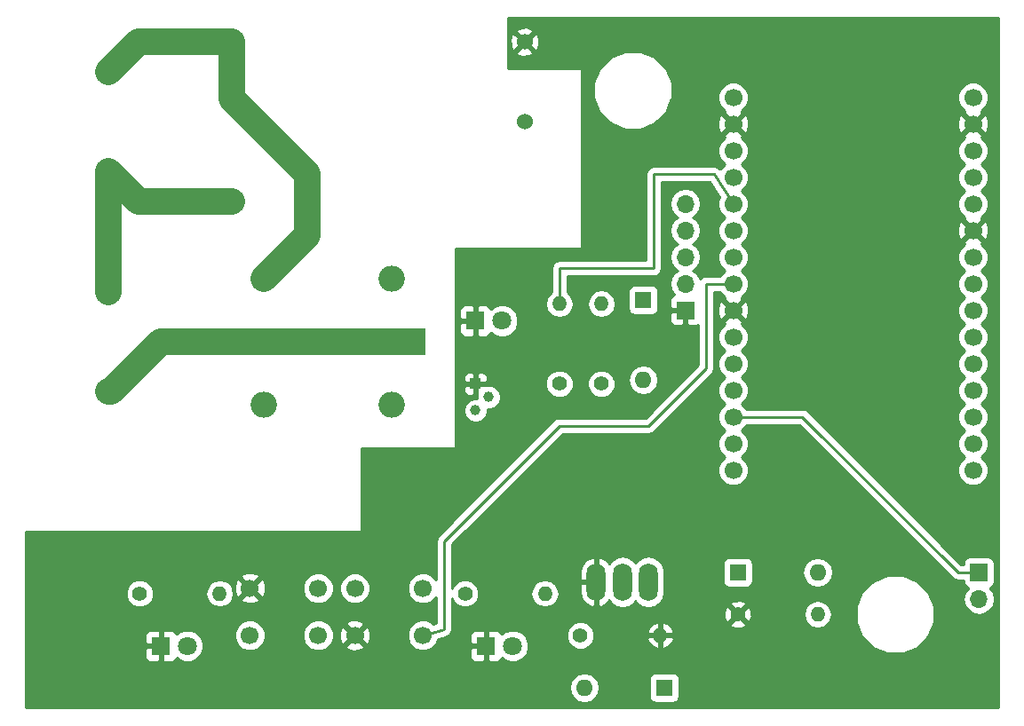
<source format=gbl>
G04 #@! TF.FileFunction,Copper,L2,Bot,Signal*
%FSLAX46Y46*%
G04 Gerber Fmt 4.6, Leading zero omitted, Abs format (unit mm)*
G04 Created by KiCad (PCBNEW 4.0.7-e2-6376~58~ubuntu16.04.1) date Sun Dec 31 02:53:24 2017*
%MOMM*%
%LPD*%
G01*
G04 APERTURE LIST*
%ADD10C,0.100000*%
%ADD11C,1.000000*%
%ADD12R,1.000000X1.000000*%
%ADD13R,1.800000X1.800000*%
%ADD14C,1.800000*%
%ADD15C,1.400000*%
%ADD16O,1.400000X1.400000*%
%ADD17C,1.700000*%
%ADD18R,1.700000X1.700000*%
%ADD19O,1.700000X1.700000*%
%ADD20C,1.778000*%
%ADD21R,2.500000X2.500000*%
%ADD22O,2.500000X2.500000*%
%ADD23C,1.524000*%
%ADD24R,1.600000X1.600000*%
%ADD25O,1.600000X1.600000*%
%ADD26O,1.800000X3.600000*%
%ADD27C,2.500000*%
%ADD28C,0.250000*%
%ADD29C,1.270000*%
%ADD30C,0.254000*%
G04 APERTURE END LIST*
D10*
D11*
X151270000Y-74270000D03*
X150000000Y-75540000D03*
D12*
X150000000Y-73000000D03*
D13*
X120000000Y-98000000D03*
D14*
X122540000Y-98000000D03*
D15*
X158000000Y-73000000D03*
D16*
X158000000Y-65380000D03*
D15*
X149000000Y-93000000D03*
D16*
X156620000Y-93000000D03*
D15*
X118000000Y-93000000D03*
D16*
X125620000Y-93000000D03*
D15*
X175000000Y-95000000D03*
D16*
X182620000Y-95000000D03*
D17*
X128500000Y-92500000D03*
X135000000Y-92500000D03*
X128500000Y-97000000D03*
X135000000Y-97000000D03*
X138500000Y-92500000D03*
X145000000Y-92500000D03*
X138500000Y-97000000D03*
X145000000Y-97000000D03*
D18*
X198000000Y-91000000D03*
D19*
X198000000Y-93540000D03*
D20*
X115000000Y-73762500D03*
X115000000Y-64237500D03*
X115000000Y-43237500D03*
X115000000Y-52762500D03*
D15*
X162000000Y-73000000D03*
D16*
X162000000Y-65380000D03*
D15*
X160000000Y-97000000D03*
D16*
X167620000Y-97000000D03*
D21*
X144000000Y-69000000D03*
D22*
X142000000Y-63000000D03*
X129800000Y-63000000D03*
X129800000Y-75000000D03*
X142000000Y-75000000D03*
D23*
X126760000Y-40380000D03*
X126760000Y-55620000D03*
X154700000Y-40380000D03*
X154700000Y-48000000D03*
D17*
X197430000Y-81240000D03*
X197430000Y-78700000D03*
X197430000Y-76160000D03*
X197430000Y-73620000D03*
X197430000Y-71080000D03*
X197430000Y-68540000D03*
X197430000Y-66000000D03*
X197430000Y-63460000D03*
X197430000Y-60920000D03*
X197430000Y-58380000D03*
X197430000Y-55840000D03*
X197430000Y-53300000D03*
X197430000Y-50760000D03*
X197430000Y-48220000D03*
X197430000Y-45680000D03*
X174570000Y-81240000D03*
X174570000Y-78700000D03*
X174570000Y-76160000D03*
X174570000Y-73620000D03*
X174570000Y-71080000D03*
X174570000Y-68540000D03*
X174570000Y-66000000D03*
X174570000Y-63460000D03*
X174570000Y-60920000D03*
X174570000Y-58380000D03*
X174570000Y-55840000D03*
X174570000Y-53300000D03*
X174570000Y-50760000D03*
X174570000Y-48220000D03*
X174570000Y-45680000D03*
D24*
X168000000Y-102000000D03*
D25*
X160380000Y-102000000D03*
D24*
X166000000Y-65000000D03*
D25*
X166000000Y-72620000D03*
D24*
X175000000Y-91000000D03*
D25*
X182620000Y-91000000D03*
D13*
X151000000Y-98000000D03*
D14*
X153540000Y-98000000D03*
D13*
X150000000Y-67000000D03*
D14*
X152540000Y-67000000D03*
D26*
X161500000Y-91900000D03*
X166500000Y-91900000D03*
X164000000Y-91900000D03*
D18*
X170000000Y-66000000D03*
D19*
X170000000Y-63460000D03*
X170000000Y-60920000D03*
X170000000Y-58380000D03*
X170000000Y-55840000D03*
D27*
X126760000Y-40380000D02*
X126760000Y-45760000D01*
X134000000Y-58800000D02*
X129800000Y-63000000D01*
X134000000Y-53000000D02*
X134000000Y-58800000D01*
X126760000Y-45760000D02*
X134000000Y-53000000D01*
X126760000Y-40380000D02*
X117857500Y-40380000D01*
X117857500Y-40380000D02*
X115000000Y-43237500D01*
D28*
X174570000Y-63460000D02*
X172040000Y-63460000D01*
X172000000Y-63500000D02*
X172000000Y-71500000D01*
X172040000Y-63460000D02*
X172000000Y-63500000D01*
X147000000Y-96428571D02*
X145000000Y-97000000D01*
X147000000Y-88000000D02*
X147000000Y-96428571D01*
X158000000Y-77000000D02*
X147000000Y-88000000D01*
X166500000Y-77000000D02*
X158000000Y-77000000D01*
X172000000Y-71500000D02*
X166500000Y-77000000D01*
X198000000Y-91000000D02*
X196000000Y-91000000D01*
X181160000Y-76160000D02*
X174570000Y-76160000D01*
X196000000Y-91000000D02*
X181160000Y-76160000D01*
D27*
X115000000Y-73762500D02*
X115237500Y-73762500D01*
X115237500Y-73762500D02*
X120000000Y-69000000D01*
X120000000Y-69000000D02*
X144000000Y-69000000D01*
D29*
X115000000Y-64237500D02*
X114762500Y-64237500D01*
D27*
X115000000Y-64237500D02*
X115000000Y-52762500D01*
X115000000Y-52762500D02*
X117857500Y-55620000D01*
X117857500Y-55620000D02*
X126760000Y-55620000D01*
D28*
X158000000Y-65380000D02*
X158000000Y-62000000D01*
X158000000Y-62000000D02*
X167000000Y-62000000D01*
X167000000Y-62000000D02*
X167000000Y-53000000D01*
X167000000Y-53000000D02*
X172730000Y-53000000D01*
X172730000Y-53000000D02*
X174570000Y-55840000D01*
D30*
G36*
X199873000Y-103873000D02*
X107127000Y-103873000D01*
X107127000Y-102000000D01*
X158916887Y-102000000D01*
X159026120Y-102549151D01*
X159337189Y-103014698D01*
X159802736Y-103325767D01*
X160351887Y-103435000D01*
X160408113Y-103435000D01*
X160957264Y-103325767D01*
X161422811Y-103014698D01*
X161733880Y-102549151D01*
X161843113Y-102000000D01*
X161733880Y-101450849D01*
X161566268Y-101200000D01*
X166552560Y-101200000D01*
X166552560Y-102800000D01*
X166596838Y-103035317D01*
X166735910Y-103251441D01*
X166948110Y-103396431D01*
X167200000Y-103447440D01*
X168800000Y-103447440D01*
X169035317Y-103403162D01*
X169251441Y-103264090D01*
X169396431Y-103051890D01*
X169447440Y-102800000D01*
X169447440Y-101200000D01*
X169403162Y-100964683D01*
X169264090Y-100748559D01*
X169051890Y-100603569D01*
X168800000Y-100552560D01*
X167200000Y-100552560D01*
X166964683Y-100596838D01*
X166748559Y-100735910D01*
X166603569Y-100948110D01*
X166552560Y-101200000D01*
X161566268Y-101200000D01*
X161422811Y-100985302D01*
X160957264Y-100674233D01*
X160408113Y-100565000D01*
X160351887Y-100565000D01*
X159802736Y-100674233D01*
X159337189Y-100985302D01*
X159026120Y-101450849D01*
X158916887Y-102000000D01*
X107127000Y-102000000D01*
X107127000Y-98285750D01*
X118465000Y-98285750D01*
X118465000Y-99026310D01*
X118561673Y-99259699D01*
X118740302Y-99438327D01*
X118973691Y-99535000D01*
X119714250Y-99535000D01*
X119873000Y-99376250D01*
X119873000Y-98127000D01*
X118623750Y-98127000D01*
X118465000Y-98285750D01*
X107127000Y-98285750D01*
X107127000Y-96973690D01*
X118465000Y-96973690D01*
X118465000Y-97714250D01*
X118623750Y-97873000D01*
X119873000Y-97873000D01*
X119873000Y-96623750D01*
X120127000Y-96623750D01*
X120127000Y-97873000D01*
X120147000Y-97873000D01*
X120147000Y-98127000D01*
X120127000Y-98127000D01*
X120127000Y-99376250D01*
X120285750Y-99535000D01*
X121026309Y-99535000D01*
X121259698Y-99438327D01*
X121438327Y-99259699D01*
X121494119Y-99125006D01*
X121669357Y-99300551D01*
X122233330Y-99534733D01*
X122843991Y-99535265D01*
X123408371Y-99302068D01*
X123840551Y-98870643D01*
X124074733Y-98306670D01*
X124075265Y-97696009D01*
X123909196Y-97294089D01*
X127014743Y-97294089D01*
X127240344Y-97840086D01*
X127657717Y-98258188D01*
X128203319Y-98484742D01*
X128794089Y-98485257D01*
X129340086Y-98259656D01*
X129758188Y-97842283D01*
X129984742Y-97296681D01*
X129984744Y-97294089D01*
X133514743Y-97294089D01*
X133740344Y-97840086D01*
X134157717Y-98258188D01*
X134703319Y-98484742D01*
X135294089Y-98485257D01*
X135840086Y-98259656D01*
X136056160Y-98043958D01*
X137635647Y-98043958D01*
X137715920Y-98295259D01*
X138271279Y-98496718D01*
X138861458Y-98470315D01*
X139284080Y-98295259D01*
X139364353Y-98043958D01*
X138500000Y-97179605D01*
X137635647Y-98043958D01*
X136056160Y-98043958D01*
X136258188Y-97842283D01*
X136484742Y-97296681D01*
X136485200Y-96771279D01*
X137003282Y-96771279D01*
X137029685Y-97361458D01*
X137204741Y-97784080D01*
X137456042Y-97864353D01*
X138320395Y-97000000D01*
X138679605Y-97000000D01*
X139543958Y-97864353D01*
X139795259Y-97784080D01*
X139996718Y-97228721D01*
X139970315Y-96638542D01*
X139795259Y-96215920D01*
X139543958Y-96135647D01*
X138679605Y-97000000D01*
X138320395Y-97000000D01*
X137456042Y-96135647D01*
X137204741Y-96215920D01*
X137003282Y-96771279D01*
X136485200Y-96771279D01*
X136485257Y-96705911D01*
X136259656Y-96159914D01*
X136056140Y-95956042D01*
X137635647Y-95956042D01*
X138500000Y-96820395D01*
X139364353Y-95956042D01*
X139284080Y-95704741D01*
X138728721Y-95503282D01*
X138138542Y-95529685D01*
X137715920Y-95704741D01*
X137635647Y-95956042D01*
X136056140Y-95956042D01*
X135842283Y-95741812D01*
X135296681Y-95515258D01*
X134705911Y-95514743D01*
X134159914Y-95740344D01*
X133741812Y-96157717D01*
X133515258Y-96703319D01*
X133514743Y-97294089D01*
X129984744Y-97294089D01*
X129985257Y-96705911D01*
X129759656Y-96159914D01*
X129342283Y-95741812D01*
X128796681Y-95515258D01*
X128205911Y-95514743D01*
X127659914Y-95740344D01*
X127241812Y-96157717D01*
X127015258Y-96703319D01*
X127014743Y-97294089D01*
X123909196Y-97294089D01*
X123842068Y-97131629D01*
X123410643Y-96699449D01*
X122846670Y-96465267D01*
X122236009Y-96464735D01*
X121671629Y-96697932D01*
X121494159Y-96875092D01*
X121438327Y-96740301D01*
X121259698Y-96561673D01*
X121026309Y-96465000D01*
X120285750Y-96465000D01*
X120127000Y-96623750D01*
X119873000Y-96623750D01*
X119714250Y-96465000D01*
X118973691Y-96465000D01*
X118740302Y-96561673D01*
X118561673Y-96740301D01*
X118465000Y-96973690D01*
X107127000Y-96973690D01*
X107127000Y-93264383D01*
X116664769Y-93264383D01*
X116867582Y-93755229D01*
X117242796Y-94131098D01*
X117733287Y-94334768D01*
X118264383Y-94335231D01*
X118755229Y-94132418D01*
X119131098Y-93757204D01*
X119334768Y-93266713D01*
X119335000Y-93000000D01*
X124258846Y-93000000D01*
X124360467Y-93510882D01*
X124649858Y-93943988D01*
X125082964Y-94233379D01*
X125593846Y-94335000D01*
X125646154Y-94335000D01*
X126157036Y-94233379D01*
X126590142Y-93943988D01*
X126857432Y-93543958D01*
X127635647Y-93543958D01*
X127715920Y-93795259D01*
X128271279Y-93996718D01*
X128861458Y-93970315D01*
X129284080Y-93795259D01*
X129364353Y-93543958D01*
X128500000Y-92679605D01*
X127635647Y-93543958D01*
X126857432Y-93543958D01*
X126879533Y-93510882D01*
X126981154Y-93000000D01*
X126879533Y-92489118D01*
X126733979Y-92271279D01*
X127003282Y-92271279D01*
X127029685Y-92861458D01*
X127204741Y-93284080D01*
X127456042Y-93364353D01*
X128320395Y-92500000D01*
X128679605Y-92500000D01*
X129543958Y-93364353D01*
X129795259Y-93284080D01*
X129973005Y-92794089D01*
X133514743Y-92794089D01*
X133740344Y-93340086D01*
X134157717Y-93758188D01*
X134703319Y-93984742D01*
X135294089Y-93985257D01*
X135840086Y-93759656D01*
X136258188Y-93342283D01*
X136484742Y-92796681D01*
X136484744Y-92794089D01*
X137014743Y-92794089D01*
X137240344Y-93340086D01*
X137657717Y-93758188D01*
X138203319Y-93984742D01*
X138794089Y-93985257D01*
X139340086Y-93759656D01*
X139758188Y-93342283D01*
X139984742Y-92796681D01*
X139984744Y-92794089D01*
X143514743Y-92794089D01*
X143740344Y-93340086D01*
X144157717Y-93758188D01*
X144703319Y-93984742D01*
X145294089Y-93985257D01*
X145840086Y-93759656D01*
X146240000Y-93360439D01*
X146240000Y-95855302D01*
X146018695Y-95918532D01*
X145842283Y-95741812D01*
X145296681Y-95515258D01*
X144705911Y-95514743D01*
X144159914Y-95740344D01*
X143741812Y-96157717D01*
X143515258Y-96703319D01*
X143514743Y-97294089D01*
X143740344Y-97840086D01*
X144157717Y-98258188D01*
X144703319Y-98484742D01*
X145294089Y-98485257D01*
X145776933Y-98285750D01*
X149465000Y-98285750D01*
X149465000Y-99026310D01*
X149561673Y-99259699D01*
X149740302Y-99438327D01*
X149973691Y-99535000D01*
X150714250Y-99535000D01*
X150873000Y-99376250D01*
X150873000Y-98127000D01*
X149623750Y-98127000D01*
X149465000Y-98285750D01*
X145776933Y-98285750D01*
X145840086Y-98259656D01*
X146258188Y-97842283D01*
X146451990Y-97375557D01*
X147208789Y-97159329D01*
X147247812Y-97139278D01*
X147290839Y-97130719D01*
X147378630Y-97072059D01*
X147472544Y-97023803D01*
X147500922Y-96990346D01*
X147525849Y-96973690D01*
X149465000Y-96973690D01*
X149465000Y-97714250D01*
X149623750Y-97873000D01*
X150873000Y-97873000D01*
X150873000Y-96623750D01*
X151127000Y-96623750D01*
X151127000Y-97873000D01*
X151147000Y-97873000D01*
X151147000Y-98127000D01*
X151127000Y-98127000D01*
X151127000Y-99376250D01*
X151285750Y-99535000D01*
X152026309Y-99535000D01*
X152259698Y-99438327D01*
X152438327Y-99259699D01*
X152494119Y-99125006D01*
X152669357Y-99300551D01*
X153233330Y-99534733D01*
X153843991Y-99535265D01*
X154408371Y-99302068D01*
X154840551Y-98870643D01*
X155074733Y-98306670D01*
X155075265Y-97696009D01*
X154896921Y-97264383D01*
X158664769Y-97264383D01*
X158867582Y-97755229D01*
X159242796Y-98131098D01*
X159733287Y-98334768D01*
X160264383Y-98335231D01*
X160755229Y-98132418D01*
X161131098Y-97757204D01*
X161307106Y-97333329D01*
X166327284Y-97333329D01*
X166470203Y-97678396D01*
X166817337Y-98066764D01*
X167286669Y-98292727D01*
X167493000Y-98170206D01*
X167493000Y-97127000D01*
X167747000Y-97127000D01*
X167747000Y-98170206D01*
X167953331Y-98292727D01*
X168422663Y-98066764D01*
X168769797Y-97678396D01*
X168912716Y-97333329D01*
X168789374Y-97127000D01*
X167747000Y-97127000D01*
X167493000Y-97127000D01*
X166450626Y-97127000D01*
X166327284Y-97333329D01*
X161307106Y-97333329D01*
X161334768Y-97266713D01*
X161335231Y-96735617D01*
X161306744Y-96666671D01*
X166327284Y-96666671D01*
X166450626Y-96873000D01*
X167493000Y-96873000D01*
X167493000Y-95829794D01*
X167747000Y-95829794D01*
X167747000Y-96873000D01*
X168789374Y-96873000D01*
X168912716Y-96666671D01*
X168769797Y-96321604D01*
X168424486Y-95935275D01*
X174244331Y-95935275D01*
X174306169Y-96171042D01*
X174807122Y-96347419D01*
X175337440Y-96318664D01*
X175693831Y-96171042D01*
X175755669Y-95935275D01*
X175000000Y-95179605D01*
X174244331Y-95935275D01*
X168424486Y-95935275D01*
X168422663Y-95933236D01*
X167953331Y-95707273D01*
X167747000Y-95829794D01*
X167493000Y-95829794D01*
X167286669Y-95707273D01*
X166817337Y-95933236D01*
X166470203Y-96321604D01*
X166327284Y-96666671D01*
X161306744Y-96666671D01*
X161132418Y-96244771D01*
X160757204Y-95868902D01*
X160266713Y-95665232D01*
X159735617Y-95664769D01*
X159244771Y-95867582D01*
X158868902Y-96242796D01*
X158665232Y-96733287D01*
X158664769Y-97264383D01*
X154896921Y-97264383D01*
X154842068Y-97131629D01*
X154410643Y-96699449D01*
X153846670Y-96465267D01*
X153236009Y-96464735D01*
X152671629Y-96697932D01*
X152494159Y-96875092D01*
X152438327Y-96740301D01*
X152259698Y-96561673D01*
X152026309Y-96465000D01*
X151285750Y-96465000D01*
X151127000Y-96623750D01*
X150873000Y-96623750D01*
X150714250Y-96465000D01*
X149973691Y-96465000D01*
X149740302Y-96561673D01*
X149561673Y-96740301D01*
X149465000Y-96973690D01*
X147525849Y-96973690D01*
X147537401Y-96965972D01*
X147596061Y-96878182D01*
X147664360Y-96797659D01*
X147677775Y-96755886D01*
X147702148Y-96719410D01*
X147722747Y-96615854D01*
X147755032Y-96515324D01*
X147751441Y-96471600D01*
X147760000Y-96428571D01*
X147760000Y-94807122D01*
X173652581Y-94807122D01*
X173681336Y-95337440D01*
X173828958Y-95693831D01*
X174064725Y-95755669D01*
X174820395Y-95000000D01*
X175179605Y-95000000D01*
X175935275Y-95755669D01*
X176171042Y-95693831D01*
X176347419Y-95192878D01*
X176336961Y-95000000D01*
X181258846Y-95000000D01*
X181360467Y-95510882D01*
X181649858Y-95943988D01*
X182082964Y-96233379D01*
X182593846Y-96335000D01*
X182646154Y-96335000D01*
X183157036Y-96233379D01*
X183590142Y-95943988D01*
X183727715Y-95738094D01*
X186272355Y-95738094D01*
X186838561Y-97108418D01*
X187886068Y-98157754D01*
X189255402Y-98726351D01*
X190738094Y-98727645D01*
X192108418Y-98161439D01*
X193157754Y-97113932D01*
X193726351Y-95744598D01*
X193727645Y-94261906D01*
X193161439Y-92891582D01*
X192113932Y-91842246D01*
X190744598Y-91273649D01*
X189261906Y-91272355D01*
X187891582Y-91838561D01*
X186842246Y-92886068D01*
X186273649Y-94255402D01*
X186272355Y-95738094D01*
X183727715Y-95738094D01*
X183879533Y-95510882D01*
X183981154Y-95000000D01*
X183879533Y-94489118D01*
X183590142Y-94056012D01*
X183157036Y-93766621D01*
X182646154Y-93665000D01*
X182593846Y-93665000D01*
X182082964Y-93766621D01*
X181649858Y-94056012D01*
X181360467Y-94489118D01*
X181258846Y-95000000D01*
X176336961Y-95000000D01*
X176318664Y-94662560D01*
X176171042Y-94306169D01*
X175935275Y-94244331D01*
X175179605Y-95000000D01*
X174820395Y-95000000D01*
X174064725Y-94244331D01*
X173828958Y-94306169D01*
X173652581Y-94807122D01*
X147760000Y-94807122D01*
X147760000Y-93494860D01*
X147867582Y-93755229D01*
X148242796Y-94131098D01*
X148733287Y-94334768D01*
X149264383Y-94335231D01*
X149755229Y-94132418D01*
X150131098Y-93757204D01*
X150334768Y-93266713D01*
X150335000Y-93000000D01*
X155258846Y-93000000D01*
X155360467Y-93510882D01*
X155649858Y-93943988D01*
X156082964Y-94233379D01*
X156593846Y-94335000D01*
X156646154Y-94335000D01*
X157157036Y-94233379D01*
X157590142Y-93943988D01*
X157879533Y-93510882D01*
X157981154Y-93000000D01*
X157879533Y-92489118D01*
X157590142Y-92056012D01*
X157546723Y-92027000D01*
X159965000Y-92027000D01*
X159965000Y-92927000D01*
X160130446Y-93504752D01*
X160504394Y-93975212D01*
X161029914Y-94266756D01*
X161135260Y-94291036D01*
X161373000Y-94170378D01*
X161373000Y-92027000D01*
X159965000Y-92027000D01*
X157546723Y-92027000D01*
X157157036Y-91766621D01*
X156646154Y-91665000D01*
X156593846Y-91665000D01*
X156082964Y-91766621D01*
X155649858Y-92056012D01*
X155360467Y-92489118D01*
X155258846Y-93000000D01*
X150335000Y-93000000D01*
X150335231Y-92735617D01*
X150132418Y-92244771D01*
X149757204Y-91868902D01*
X149266713Y-91665232D01*
X148735617Y-91664769D01*
X148244771Y-91867582D01*
X147868902Y-92242796D01*
X147760000Y-92505061D01*
X147760000Y-90873000D01*
X159965000Y-90873000D01*
X159965000Y-91773000D01*
X161373000Y-91773000D01*
X161373000Y-89629622D01*
X161627000Y-89629622D01*
X161627000Y-91773000D01*
X161647000Y-91773000D01*
X161647000Y-92027000D01*
X161627000Y-92027000D01*
X161627000Y-94170378D01*
X161864740Y-94291036D01*
X161970086Y-94266756D01*
X162495606Y-93975212D01*
X162738520Y-93669604D01*
X162914591Y-93933113D01*
X163412581Y-94265859D01*
X164000000Y-94382704D01*
X164587419Y-94265859D01*
X165085409Y-93933113D01*
X165250000Y-93686785D01*
X165414591Y-93933113D01*
X165912581Y-94265859D01*
X166500000Y-94382704D01*
X167087419Y-94265859D01*
X167388437Y-94064725D01*
X174244331Y-94064725D01*
X175000000Y-94820395D01*
X175755669Y-94064725D01*
X175693831Y-93828958D01*
X175192878Y-93652581D01*
X174662560Y-93681336D01*
X174306169Y-93828958D01*
X174244331Y-94064725D01*
X167388437Y-94064725D01*
X167585409Y-93933113D01*
X167918155Y-93435123D01*
X168035000Y-92847704D01*
X168035000Y-90952296D01*
X167918155Y-90364877D01*
X167807988Y-90200000D01*
X173552560Y-90200000D01*
X173552560Y-91800000D01*
X173596838Y-92035317D01*
X173735910Y-92251441D01*
X173948110Y-92396431D01*
X174200000Y-92447440D01*
X175800000Y-92447440D01*
X176035317Y-92403162D01*
X176251441Y-92264090D01*
X176396431Y-92051890D01*
X176447440Y-91800000D01*
X176447440Y-91000000D01*
X181156887Y-91000000D01*
X181266120Y-91549151D01*
X181577189Y-92014698D01*
X182042736Y-92325767D01*
X182591887Y-92435000D01*
X182648113Y-92435000D01*
X183197264Y-92325767D01*
X183662811Y-92014698D01*
X183973880Y-91549151D01*
X184083113Y-91000000D01*
X183973880Y-90450849D01*
X183662811Y-89985302D01*
X183197264Y-89674233D01*
X182648113Y-89565000D01*
X182591887Y-89565000D01*
X182042736Y-89674233D01*
X181577189Y-89985302D01*
X181266120Y-90450849D01*
X181156887Y-91000000D01*
X176447440Y-91000000D01*
X176447440Y-90200000D01*
X176403162Y-89964683D01*
X176264090Y-89748559D01*
X176051890Y-89603569D01*
X175800000Y-89552560D01*
X174200000Y-89552560D01*
X173964683Y-89596838D01*
X173748559Y-89735910D01*
X173603569Y-89948110D01*
X173552560Y-90200000D01*
X167807988Y-90200000D01*
X167585409Y-89866887D01*
X167087419Y-89534141D01*
X166500000Y-89417296D01*
X165912581Y-89534141D01*
X165414591Y-89866887D01*
X165250000Y-90113215D01*
X165085409Y-89866887D01*
X164587419Y-89534141D01*
X164000000Y-89417296D01*
X163412581Y-89534141D01*
X162914591Y-89866887D01*
X162738520Y-90130396D01*
X162495606Y-89824788D01*
X161970086Y-89533244D01*
X161864740Y-89508964D01*
X161627000Y-89629622D01*
X161373000Y-89629622D01*
X161135260Y-89508964D01*
X161029914Y-89533244D01*
X160504394Y-89824788D01*
X160130446Y-90295248D01*
X159965000Y-90873000D01*
X147760000Y-90873000D01*
X147760000Y-88314802D01*
X158314802Y-77760000D01*
X166500000Y-77760000D01*
X166790839Y-77702148D01*
X167037401Y-77537401D01*
X172537401Y-72037401D01*
X172702148Y-71790839D01*
X172760000Y-71500000D01*
X172760000Y-68834089D01*
X173084743Y-68834089D01*
X173310344Y-69380086D01*
X173727717Y-69798188D01*
X173755557Y-69809748D01*
X173729914Y-69820344D01*
X173311812Y-70237717D01*
X173085258Y-70783319D01*
X173084743Y-71374089D01*
X173310344Y-71920086D01*
X173727717Y-72338188D01*
X173755557Y-72349748D01*
X173729914Y-72360344D01*
X173311812Y-72777717D01*
X173085258Y-73323319D01*
X173084743Y-73914089D01*
X173310344Y-74460086D01*
X173727717Y-74878188D01*
X173755557Y-74889748D01*
X173729914Y-74900344D01*
X173311812Y-75317717D01*
X173085258Y-75863319D01*
X173084743Y-76454089D01*
X173310344Y-77000086D01*
X173727717Y-77418188D01*
X173755557Y-77429748D01*
X173729914Y-77440344D01*
X173311812Y-77857717D01*
X173085258Y-78403319D01*
X173084743Y-78994089D01*
X173310344Y-79540086D01*
X173727717Y-79958188D01*
X173755557Y-79969748D01*
X173729914Y-79980344D01*
X173311812Y-80397717D01*
X173085258Y-80943319D01*
X173084743Y-81534089D01*
X173310344Y-82080086D01*
X173727717Y-82498188D01*
X174273319Y-82724742D01*
X174864089Y-82725257D01*
X175410086Y-82499656D01*
X175828188Y-82082283D01*
X176054742Y-81536681D01*
X176055257Y-80945911D01*
X175829656Y-80399914D01*
X175412283Y-79981812D01*
X175384443Y-79970252D01*
X175410086Y-79959656D01*
X175828188Y-79542283D01*
X176054742Y-78996681D01*
X176055257Y-78405911D01*
X175829656Y-77859914D01*
X175412283Y-77441812D01*
X175384443Y-77430252D01*
X175410086Y-77419656D01*
X175828188Y-77002283D01*
X175862355Y-76920000D01*
X180845198Y-76920000D01*
X195462599Y-91537401D01*
X195709160Y-91702148D01*
X196000000Y-91760000D01*
X196502560Y-91760000D01*
X196502560Y-91850000D01*
X196546838Y-92085317D01*
X196685910Y-92301441D01*
X196898110Y-92446431D01*
X196965541Y-92460086D01*
X196920853Y-92489946D01*
X196598946Y-92971715D01*
X196485907Y-93540000D01*
X196598946Y-94108285D01*
X196920853Y-94590054D01*
X197402622Y-94911961D01*
X197970907Y-95025000D01*
X198029093Y-95025000D01*
X198597378Y-94911961D01*
X199079147Y-94590054D01*
X199401054Y-94108285D01*
X199514093Y-93540000D01*
X199401054Y-92971715D01*
X199079147Y-92489946D01*
X199037548Y-92462150D01*
X199085317Y-92453162D01*
X199301441Y-92314090D01*
X199446431Y-92101890D01*
X199497440Y-91850000D01*
X199497440Y-90150000D01*
X199453162Y-89914683D01*
X199314090Y-89698559D01*
X199101890Y-89553569D01*
X198850000Y-89502560D01*
X197150000Y-89502560D01*
X196914683Y-89546838D01*
X196698559Y-89685910D01*
X196553569Y-89898110D01*
X196502560Y-90150000D01*
X196502560Y-90240000D01*
X196314802Y-90240000D01*
X181697401Y-75622599D01*
X181450839Y-75457852D01*
X181160000Y-75400000D01*
X175862747Y-75400000D01*
X175829656Y-75319914D01*
X175412283Y-74901812D01*
X175384443Y-74890252D01*
X175410086Y-74879656D01*
X175828188Y-74462283D01*
X176054742Y-73916681D01*
X176055257Y-73325911D01*
X175829656Y-72779914D01*
X175412283Y-72361812D01*
X175384443Y-72350252D01*
X175410086Y-72339656D01*
X175828188Y-71922283D01*
X176054742Y-71376681D01*
X176055257Y-70785911D01*
X175829656Y-70239914D01*
X175412283Y-69821812D01*
X175384443Y-69810252D01*
X175410086Y-69799656D01*
X175828188Y-69382283D01*
X176054742Y-68836681D01*
X176055257Y-68245911D01*
X175829656Y-67699914D01*
X175412283Y-67281812D01*
X175364688Y-67262049D01*
X175434353Y-67043958D01*
X174570000Y-66179605D01*
X173705647Y-67043958D01*
X173775181Y-67261640D01*
X173729914Y-67280344D01*
X173311812Y-67697717D01*
X173085258Y-68243319D01*
X173084743Y-68834089D01*
X172760000Y-68834089D01*
X172760000Y-65771279D01*
X173073282Y-65771279D01*
X173099685Y-66361458D01*
X173274741Y-66784080D01*
X173526042Y-66864353D01*
X174390395Y-66000000D01*
X174749605Y-66000000D01*
X175613958Y-66864353D01*
X175865259Y-66784080D01*
X176066718Y-66228721D01*
X176040315Y-65638542D01*
X175865259Y-65215920D01*
X175613958Y-65135647D01*
X174749605Y-66000000D01*
X174390395Y-66000000D01*
X173526042Y-65135647D01*
X173274741Y-65215920D01*
X173073282Y-65771279D01*
X172760000Y-65771279D01*
X172760000Y-64220000D01*
X173277253Y-64220000D01*
X173310344Y-64300086D01*
X173727717Y-64718188D01*
X173775312Y-64737951D01*
X173705647Y-64956042D01*
X174570000Y-65820395D01*
X175434353Y-64956042D01*
X175364819Y-64738360D01*
X175410086Y-64719656D01*
X175828188Y-64302283D01*
X176054742Y-63756681D01*
X176055257Y-63165911D01*
X175829656Y-62619914D01*
X175412283Y-62201812D01*
X175384443Y-62190252D01*
X175410086Y-62179656D01*
X175828188Y-61762283D01*
X176054742Y-61216681D01*
X176054744Y-61214089D01*
X195944743Y-61214089D01*
X196170344Y-61760086D01*
X196587717Y-62178188D01*
X196615557Y-62189748D01*
X196589914Y-62200344D01*
X196171812Y-62617717D01*
X195945258Y-63163319D01*
X195944743Y-63754089D01*
X196170344Y-64300086D01*
X196587717Y-64718188D01*
X196615557Y-64729748D01*
X196589914Y-64740344D01*
X196171812Y-65157717D01*
X195945258Y-65703319D01*
X195944743Y-66294089D01*
X196170344Y-66840086D01*
X196587717Y-67258188D01*
X196615557Y-67269748D01*
X196589914Y-67280344D01*
X196171812Y-67697717D01*
X195945258Y-68243319D01*
X195944743Y-68834089D01*
X196170344Y-69380086D01*
X196587717Y-69798188D01*
X196615557Y-69809748D01*
X196589914Y-69820344D01*
X196171812Y-70237717D01*
X195945258Y-70783319D01*
X195944743Y-71374089D01*
X196170344Y-71920086D01*
X196587717Y-72338188D01*
X196615557Y-72349748D01*
X196589914Y-72360344D01*
X196171812Y-72777717D01*
X195945258Y-73323319D01*
X195944743Y-73914089D01*
X196170344Y-74460086D01*
X196587717Y-74878188D01*
X196615557Y-74889748D01*
X196589914Y-74900344D01*
X196171812Y-75317717D01*
X195945258Y-75863319D01*
X195944743Y-76454089D01*
X196170344Y-77000086D01*
X196587717Y-77418188D01*
X196615557Y-77429748D01*
X196589914Y-77440344D01*
X196171812Y-77857717D01*
X195945258Y-78403319D01*
X195944743Y-78994089D01*
X196170344Y-79540086D01*
X196587717Y-79958188D01*
X196615557Y-79969748D01*
X196589914Y-79980344D01*
X196171812Y-80397717D01*
X195945258Y-80943319D01*
X195944743Y-81534089D01*
X196170344Y-82080086D01*
X196587717Y-82498188D01*
X197133319Y-82724742D01*
X197724089Y-82725257D01*
X198270086Y-82499656D01*
X198688188Y-82082283D01*
X198914742Y-81536681D01*
X198915257Y-80945911D01*
X198689656Y-80399914D01*
X198272283Y-79981812D01*
X198244443Y-79970252D01*
X198270086Y-79959656D01*
X198688188Y-79542283D01*
X198914742Y-78996681D01*
X198915257Y-78405911D01*
X198689656Y-77859914D01*
X198272283Y-77441812D01*
X198244443Y-77430252D01*
X198270086Y-77419656D01*
X198688188Y-77002283D01*
X198914742Y-76456681D01*
X198915257Y-75865911D01*
X198689656Y-75319914D01*
X198272283Y-74901812D01*
X198244443Y-74890252D01*
X198270086Y-74879656D01*
X198688188Y-74462283D01*
X198914742Y-73916681D01*
X198915257Y-73325911D01*
X198689656Y-72779914D01*
X198272283Y-72361812D01*
X198244443Y-72350252D01*
X198270086Y-72339656D01*
X198688188Y-71922283D01*
X198914742Y-71376681D01*
X198915257Y-70785911D01*
X198689656Y-70239914D01*
X198272283Y-69821812D01*
X198244443Y-69810252D01*
X198270086Y-69799656D01*
X198688188Y-69382283D01*
X198914742Y-68836681D01*
X198915257Y-68245911D01*
X198689656Y-67699914D01*
X198272283Y-67281812D01*
X198244443Y-67270252D01*
X198270086Y-67259656D01*
X198688188Y-66842283D01*
X198914742Y-66296681D01*
X198915257Y-65705911D01*
X198689656Y-65159914D01*
X198272283Y-64741812D01*
X198244443Y-64730252D01*
X198270086Y-64719656D01*
X198688188Y-64302283D01*
X198914742Y-63756681D01*
X198915257Y-63165911D01*
X198689656Y-62619914D01*
X198272283Y-62201812D01*
X198244443Y-62190252D01*
X198270086Y-62179656D01*
X198688188Y-61762283D01*
X198914742Y-61216681D01*
X198915257Y-60625911D01*
X198689656Y-60079914D01*
X198272283Y-59661812D01*
X198224688Y-59642049D01*
X198294353Y-59423958D01*
X197430000Y-58559605D01*
X196565647Y-59423958D01*
X196635181Y-59641640D01*
X196589914Y-59660344D01*
X196171812Y-60077717D01*
X195945258Y-60623319D01*
X195944743Y-61214089D01*
X176054744Y-61214089D01*
X176055257Y-60625911D01*
X175829656Y-60079914D01*
X175412283Y-59661812D01*
X175384443Y-59650252D01*
X175410086Y-59639656D01*
X175828188Y-59222283D01*
X176054742Y-58676681D01*
X176055200Y-58151279D01*
X195933282Y-58151279D01*
X195959685Y-58741458D01*
X196134741Y-59164080D01*
X196386042Y-59244353D01*
X197250395Y-58380000D01*
X197609605Y-58380000D01*
X198473958Y-59244353D01*
X198725259Y-59164080D01*
X198926718Y-58608721D01*
X198900315Y-58018542D01*
X198725259Y-57595920D01*
X198473958Y-57515647D01*
X197609605Y-58380000D01*
X197250395Y-58380000D01*
X196386042Y-57515647D01*
X196134741Y-57595920D01*
X195933282Y-58151279D01*
X176055200Y-58151279D01*
X176055257Y-58085911D01*
X175829656Y-57539914D01*
X175412283Y-57121812D01*
X175384443Y-57110252D01*
X175410086Y-57099656D01*
X175828188Y-56682283D01*
X176054742Y-56136681D01*
X176055257Y-55545911D01*
X175829656Y-54999914D01*
X175412283Y-54581812D01*
X175384443Y-54570252D01*
X175410086Y-54559656D01*
X175828188Y-54142283D01*
X176054742Y-53596681D01*
X176055257Y-53005911D01*
X175829656Y-52459914D01*
X175412283Y-52041812D01*
X175384443Y-52030252D01*
X175410086Y-52019656D01*
X175828188Y-51602283D01*
X176054742Y-51056681D01*
X176054744Y-51054089D01*
X195944743Y-51054089D01*
X196170344Y-51600086D01*
X196587717Y-52018188D01*
X196615557Y-52029748D01*
X196589914Y-52040344D01*
X196171812Y-52457717D01*
X195945258Y-53003319D01*
X195944743Y-53594089D01*
X196170344Y-54140086D01*
X196587717Y-54558188D01*
X196615557Y-54569748D01*
X196589914Y-54580344D01*
X196171812Y-54997717D01*
X195945258Y-55543319D01*
X195944743Y-56134089D01*
X196170344Y-56680086D01*
X196587717Y-57098188D01*
X196635312Y-57117951D01*
X196565647Y-57336042D01*
X197430000Y-58200395D01*
X198294353Y-57336042D01*
X198224819Y-57118360D01*
X198270086Y-57099656D01*
X198688188Y-56682283D01*
X198914742Y-56136681D01*
X198915257Y-55545911D01*
X198689656Y-54999914D01*
X198272283Y-54581812D01*
X198244443Y-54570252D01*
X198270086Y-54559656D01*
X198688188Y-54142283D01*
X198914742Y-53596681D01*
X198915257Y-53005911D01*
X198689656Y-52459914D01*
X198272283Y-52041812D01*
X198244443Y-52030252D01*
X198270086Y-52019656D01*
X198688188Y-51602283D01*
X198914742Y-51056681D01*
X198915257Y-50465911D01*
X198689656Y-49919914D01*
X198272283Y-49501812D01*
X198224688Y-49482049D01*
X198294353Y-49263958D01*
X197430000Y-48399605D01*
X196565647Y-49263958D01*
X196635181Y-49481640D01*
X196589914Y-49500344D01*
X196171812Y-49917717D01*
X195945258Y-50463319D01*
X195944743Y-51054089D01*
X176054744Y-51054089D01*
X176055257Y-50465911D01*
X175829656Y-49919914D01*
X175412283Y-49501812D01*
X175364688Y-49482049D01*
X175434353Y-49263958D01*
X174570000Y-48399605D01*
X173705647Y-49263958D01*
X173775181Y-49481640D01*
X173729914Y-49500344D01*
X173311812Y-49917717D01*
X173085258Y-50463319D01*
X173084743Y-51054089D01*
X173310344Y-51600086D01*
X173727717Y-52018188D01*
X173755557Y-52029748D01*
X173729914Y-52040344D01*
X173311812Y-52457717D01*
X173293540Y-52501720D01*
X173267401Y-52462599D01*
X173209596Y-52423975D01*
X173161139Y-52374126D01*
X173087506Y-52342397D01*
X173020839Y-52297852D01*
X172952653Y-52284289D01*
X172888808Y-52256778D01*
X172808640Y-52255643D01*
X172730000Y-52240000D01*
X167000000Y-52240000D01*
X166709161Y-52297852D01*
X166462599Y-52462599D01*
X166297852Y-52709161D01*
X166240000Y-53000000D01*
X166240000Y-61240000D01*
X158000000Y-61240000D01*
X157709161Y-61297852D01*
X157462599Y-61462599D01*
X157297852Y-61709161D01*
X157240000Y-62000000D01*
X157240000Y-64286922D01*
X157056012Y-64409858D01*
X156766621Y-64842964D01*
X156665000Y-65353846D01*
X156665000Y-65406154D01*
X156766621Y-65917036D01*
X157056012Y-66350142D01*
X157489118Y-66639533D01*
X158000000Y-66741154D01*
X158510882Y-66639533D01*
X158943988Y-66350142D01*
X159233379Y-65917036D01*
X159335000Y-65406154D01*
X159335000Y-65353846D01*
X160665000Y-65353846D01*
X160665000Y-65406154D01*
X160766621Y-65917036D01*
X161056012Y-66350142D01*
X161489118Y-66639533D01*
X162000000Y-66741154D01*
X162510882Y-66639533D01*
X162943988Y-66350142D01*
X163233379Y-65917036D01*
X163335000Y-65406154D01*
X163335000Y-65353846D01*
X163233379Y-64842964D01*
X162943988Y-64409858D01*
X162629913Y-64200000D01*
X164552560Y-64200000D01*
X164552560Y-65800000D01*
X164596838Y-66035317D01*
X164735910Y-66251441D01*
X164948110Y-66396431D01*
X165200000Y-66447440D01*
X166800000Y-66447440D01*
X167035317Y-66403162D01*
X167217780Y-66285750D01*
X168515000Y-66285750D01*
X168515000Y-66976310D01*
X168611673Y-67209699D01*
X168790302Y-67388327D01*
X169023691Y-67485000D01*
X169714250Y-67485000D01*
X169873000Y-67326250D01*
X169873000Y-66127000D01*
X168673750Y-66127000D01*
X168515000Y-66285750D01*
X167217780Y-66285750D01*
X167251441Y-66264090D01*
X167396431Y-66051890D01*
X167447440Y-65800000D01*
X167447440Y-64200000D01*
X167403162Y-63964683D01*
X167264090Y-63748559D01*
X167051890Y-63603569D01*
X166800000Y-63552560D01*
X165200000Y-63552560D01*
X164964683Y-63596838D01*
X164748559Y-63735910D01*
X164603569Y-63948110D01*
X164552560Y-64200000D01*
X162629913Y-64200000D01*
X162510882Y-64120467D01*
X162000000Y-64018846D01*
X161489118Y-64120467D01*
X161056012Y-64409858D01*
X160766621Y-64842964D01*
X160665000Y-65353846D01*
X159335000Y-65353846D01*
X159233379Y-64842964D01*
X158943988Y-64409858D01*
X158760000Y-64286922D01*
X158760000Y-62760000D01*
X167000000Y-62760000D01*
X167290839Y-62702148D01*
X167537401Y-62537401D01*
X167702148Y-62290839D01*
X167760000Y-62000000D01*
X167760000Y-53760000D01*
X172316827Y-53760000D01*
X173236397Y-55179336D01*
X173085258Y-55543319D01*
X173084743Y-56134089D01*
X173310344Y-56680086D01*
X173727717Y-57098188D01*
X173755557Y-57109748D01*
X173729914Y-57120344D01*
X173311812Y-57537717D01*
X173085258Y-58083319D01*
X173084743Y-58674089D01*
X173310344Y-59220086D01*
X173727717Y-59638188D01*
X173755557Y-59649748D01*
X173729914Y-59660344D01*
X173311812Y-60077717D01*
X173085258Y-60623319D01*
X173084743Y-61214089D01*
X173310344Y-61760086D01*
X173727717Y-62178188D01*
X173755557Y-62189748D01*
X173729914Y-62200344D01*
X173311812Y-62617717D01*
X173277645Y-62700000D01*
X172040000Y-62700000D01*
X171749161Y-62757852D01*
X171502599Y-62922599D01*
X171462599Y-62962599D01*
X171426038Y-63017317D01*
X171401054Y-62891715D01*
X171079147Y-62409946D01*
X170749974Y-62190000D01*
X171079147Y-61970054D01*
X171401054Y-61488285D01*
X171514093Y-60920000D01*
X171401054Y-60351715D01*
X171079147Y-59869946D01*
X170749974Y-59650000D01*
X171079147Y-59430054D01*
X171401054Y-58948285D01*
X171514093Y-58380000D01*
X171401054Y-57811715D01*
X171079147Y-57329946D01*
X170749974Y-57110000D01*
X171079147Y-56890054D01*
X171401054Y-56408285D01*
X171514093Y-55840000D01*
X171401054Y-55271715D01*
X171079147Y-54789946D01*
X170597378Y-54468039D01*
X170029093Y-54355000D01*
X169970907Y-54355000D01*
X169402622Y-54468039D01*
X168920853Y-54789946D01*
X168598946Y-55271715D01*
X168485907Y-55840000D01*
X168598946Y-56408285D01*
X168920853Y-56890054D01*
X169250026Y-57110000D01*
X168920853Y-57329946D01*
X168598946Y-57811715D01*
X168485907Y-58380000D01*
X168598946Y-58948285D01*
X168920853Y-59430054D01*
X169250026Y-59650000D01*
X168920853Y-59869946D01*
X168598946Y-60351715D01*
X168485907Y-60920000D01*
X168598946Y-61488285D01*
X168920853Y-61970054D01*
X169250026Y-62190000D01*
X168920853Y-62409946D01*
X168598946Y-62891715D01*
X168485907Y-63460000D01*
X168598946Y-64028285D01*
X168920853Y-64510054D01*
X168964777Y-64539403D01*
X168790302Y-64611673D01*
X168611673Y-64790301D01*
X168515000Y-65023690D01*
X168515000Y-65714250D01*
X168673750Y-65873000D01*
X169873000Y-65873000D01*
X169873000Y-65853000D01*
X170127000Y-65853000D01*
X170127000Y-65873000D01*
X170147000Y-65873000D01*
X170147000Y-66127000D01*
X170127000Y-66127000D01*
X170127000Y-67326250D01*
X170285750Y-67485000D01*
X170976309Y-67485000D01*
X171209698Y-67388327D01*
X171240000Y-67358025D01*
X171240000Y-71185198D01*
X166185198Y-76240000D01*
X158000000Y-76240000D01*
X157709160Y-76297852D01*
X157462599Y-76462599D01*
X146462599Y-87462599D01*
X146297852Y-87709161D01*
X146240000Y-88000000D01*
X146240000Y-91640224D01*
X145842283Y-91241812D01*
X145296681Y-91015258D01*
X144705911Y-91014743D01*
X144159914Y-91240344D01*
X143741812Y-91657717D01*
X143515258Y-92203319D01*
X143514743Y-92794089D01*
X139984744Y-92794089D01*
X139985257Y-92205911D01*
X139759656Y-91659914D01*
X139342283Y-91241812D01*
X138796681Y-91015258D01*
X138205911Y-91014743D01*
X137659914Y-91240344D01*
X137241812Y-91657717D01*
X137015258Y-92203319D01*
X137014743Y-92794089D01*
X136484744Y-92794089D01*
X136485257Y-92205911D01*
X136259656Y-91659914D01*
X135842283Y-91241812D01*
X135296681Y-91015258D01*
X134705911Y-91014743D01*
X134159914Y-91240344D01*
X133741812Y-91657717D01*
X133515258Y-92203319D01*
X133514743Y-92794089D01*
X129973005Y-92794089D01*
X129996718Y-92728721D01*
X129970315Y-92138542D01*
X129795259Y-91715920D01*
X129543958Y-91635647D01*
X128679605Y-92500000D01*
X128320395Y-92500000D01*
X127456042Y-91635647D01*
X127204741Y-91715920D01*
X127003282Y-92271279D01*
X126733979Y-92271279D01*
X126590142Y-92056012D01*
X126157036Y-91766621D01*
X125646154Y-91665000D01*
X125593846Y-91665000D01*
X125082964Y-91766621D01*
X124649858Y-92056012D01*
X124360467Y-92489118D01*
X124258846Y-93000000D01*
X119335000Y-93000000D01*
X119335231Y-92735617D01*
X119132418Y-92244771D01*
X118757204Y-91868902D01*
X118266713Y-91665232D01*
X117735617Y-91664769D01*
X117244771Y-91867582D01*
X116868902Y-92242796D01*
X116665232Y-92733287D01*
X116664769Y-93264383D01*
X107127000Y-93264383D01*
X107127000Y-91456042D01*
X127635647Y-91456042D01*
X128500000Y-92320395D01*
X129364353Y-91456042D01*
X129284080Y-91204741D01*
X128728721Y-91003282D01*
X128138542Y-91029685D01*
X127715920Y-91204741D01*
X127635647Y-91456042D01*
X107127000Y-91456042D01*
X107127000Y-87127000D01*
X139000000Y-87127000D01*
X139049410Y-87116994D01*
X139091035Y-87088553D01*
X139118315Y-87046159D01*
X139127000Y-87000000D01*
X139127000Y-79127000D01*
X148000000Y-79127000D01*
X148049410Y-79116994D01*
X148091035Y-79088553D01*
X148118315Y-79046159D01*
X148127000Y-79000000D01*
X148127000Y-75764775D01*
X148864803Y-75764775D01*
X149037233Y-76182086D01*
X149356235Y-76501645D01*
X149773244Y-76674803D01*
X150224775Y-76675197D01*
X150642086Y-76502767D01*
X150961645Y-76183765D01*
X151134803Y-75766756D01*
X151135119Y-75404883D01*
X151494775Y-75405197D01*
X151912086Y-75232767D01*
X152231645Y-74913765D01*
X152404803Y-74496756D01*
X152405197Y-74045225D01*
X152232767Y-73627914D01*
X151913765Y-73308355D01*
X151807870Y-73264383D01*
X156664769Y-73264383D01*
X156867582Y-73755229D01*
X157242796Y-74131098D01*
X157733287Y-74334768D01*
X158264383Y-74335231D01*
X158755229Y-74132418D01*
X159131098Y-73757204D01*
X159334768Y-73266713D01*
X159334770Y-73264383D01*
X160664769Y-73264383D01*
X160867582Y-73755229D01*
X161242796Y-74131098D01*
X161733287Y-74334768D01*
X162264383Y-74335231D01*
X162755229Y-74132418D01*
X163131098Y-73757204D01*
X163334768Y-73266713D01*
X163335231Y-72735617D01*
X163275844Y-72591887D01*
X164565000Y-72591887D01*
X164565000Y-72648113D01*
X164674233Y-73197264D01*
X164985302Y-73662811D01*
X165450849Y-73973880D01*
X166000000Y-74083113D01*
X166549151Y-73973880D01*
X167014698Y-73662811D01*
X167325767Y-73197264D01*
X167435000Y-72648113D01*
X167435000Y-72591887D01*
X167325767Y-72042736D01*
X167014698Y-71577189D01*
X166549151Y-71266120D01*
X166000000Y-71156887D01*
X165450849Y-71266120D01*
X164985302Y-71577189D01*
X164674233Y-72042736D01*
X164565000Y-72591887D01*
X163275844Y-72591887D01*
X163132418Y-72244771D01*
X162757204Y-71868902D01*
X162266713Y-71665232D01*
X161735617Y-71664769D01*
X161244771Y-71867582D01*
X160868902Y-72242796D01*
X160665232Y-72733287D01*
X160664769Y-73264383D01*
X159334770Y-73264383D01*
X159335231Y-72735617D01*
X159132418Y-72244771D01*
X158757204Y-71868902D01*
X158266713Y-71665232D01*
X157735617Y-71664769D01*
X157244771Y-71867582D01*
X156868902Y-72242796D01*
X156665232Y-72733287D01*
X156664769Y-73264383D01*
X151807870Y-73264383D01*
X151496756Y-73135197D01*
X151045225Y-73134803D01*
X151001939Y-73152689D01*
X150976250Y-73127000D01*
X150127000Y-73127000D01*
X150127000Y-73976250D01*
X150152448Y-74001698D01*
X150135197Y-74043244D01*
X150134881Y-74405117D01*
X149775225Y-74404803D01*
X149357914Y-74577233D01*
X149038355Y-74896235D01*
X148865197Y-75313244D01*
X148864803Y-75764775D01*
X148127000Y-75764775D01*
X148127000Y-73285750D01*
X148865000Y-73285750D01*
X148865000Y-73626310D01*
X148961673Y-73859699D01*
X149140302Y-74038327D01*
X149373691Y-74135000D01*
X149714250Y-74135000D01*
X149873000Y-73976250D01*
X149873000Y-73127000D01*
X149023750Y-73127000D01*
X148865000Y-73285750D01*
X148127000Y-73285750D01*
X148127000Y-72373690D01*
X148865000Y-72373690D01*
X148865000Y-72714250D01*
X149023750Y-72873000D01*
X149873000Y-72873000D01*
X149873000Y-72023750D01*
X150127000Y-72023750D01*
X150127000Y-72873000D01*
X150976250Y-72873000D01*
X151135000Y-72714250D01*
X151135000Y-72373690D01*
X151038327Y-72140301D01*
X150859698Y-71961673D01*
X150626309Y-71865000D01*
X150285750Y-71865000D01*
X150127000Y-72023750D01*
X149873000Y-72023750D01*
X149714250Y-71865000D01*
X149373691Y-71865000D01*
X149140302Y-71961673D01*
X148961673Y-72140301D01*
X148865000Y-72373690D01*
X148127000Y-72373690D01*
X148127000Y-67285750D01*
X148465000Y-67285750D01*
X148465000Y-68026310D01*
X148561673Y-68259699D01*
X148740302Y-68438327D01*
X148973691Y-68535000D01*
X149714250Y-68535000D01*
X149873000Y-68376250D01*
X149873000Y-67127000D01*
X148623750Y-67127000D01*
X148465000Y-67285750D01*
X148127000Y-67285750D01*
X148127000Y-65973690D01*
X148465000Y-65973690D01*
X148465000Y-66714250D01*
X148623750Y-66873000D01*
X149873000Y-66873000D01*
X149873000Y-65623750D01*
X150127000Y-65623750D01*
X150127000Y-66873000D01*
X150147000Y-66873000D01*
X150147000Y-67127000D01*
X150127000Y-67127000D01*
X150127000Y-68376250D01*
X150285750Y-68535000D01*
X151026309Y-68535000D01*
X151259698Y-68438327D01*
X151438327Y-68259699D01*
X151494119Y-68125006D01*
X151669357Y-68300551D01*
X152233330Y-68534733D01*
X152843991Y-68535265D01*
X153408371Y-68302068D01*
X153840551Y-67870643D01*
X154074733Y-67306670D01*
X154075265Y-66696009D01*
X153842068Y-66131629D01*
X153410643Y-65699449D01*
X152846670Y-65465267D01*
X152236009Y-65464735D01*
X151671629Y-65697932D01*
X151494159Y-65875092D01*
X151438327Y-65740301D01*
X151259698Y-65561673D01*
X151026309Y-65465000D01*
X150285750Y-65465000D01*
X150127000Y-65623750D01*
X149873000Y-65623750D01*
X149714250Y-65465000D01*
X148973691Y-65465000D01*
X148740302Y-65561673D01*
X148561673Y-65740301D01*
X148465000Y-65973690D01*
X148127000Y-65973690D01*
X148127000Y-60127000D01*
X160000000Y-60127000D01*
X160049410Y-60116994D01*
X160091035Y-60088553D01*
X160118315Y-60046159D01*
X160127000Y-60000000D01*
X160127000Y-45738094D01*
X161272355Y-45738094D01*
X161838561Y-47108418D01*
X162886068Y-48157754D01*
X164255402Y-48726351D01*
X165738094Y-48727645D01*
X167108418Y-48161439D01*
X167278875Y-47991279D01*
X173073282Y-47991279D01*
X173099685Y-48581458D01*
X173274741Y-49004080D01*
X173526042Y-49084353D01*
X174390395Y-48220000D01*
X174749605Y-48220000D01*
X175613958Y-49084353D01*
X175865259Y-49004080D01*
X176066718Y-48448721D01*
X176046254Y-47991279D01*
X195933282Y-47991279D01*
X195959685Y-48581458D01*
X196134741Y-49004080D01*
X196386042Y-49084353D01*
X197250395Y-48220000D01*
X197609605Y-48220000D01*
X198473958Y-49084353D01*
X198725259Y-49004080D01*
X198926718Y-48448721D01*
X198900315Y-47858542D01*
X198725259Y-47435920D01*
X198473958Y-47355647D01*
X197609605Y-48220000D01*
X197250395Y-48220000D01*
X196386042Y-47355647D01*
X196134741Y-47435920D01*
X195933282Y-47991279D01*
X176046254Y-47991279D01*
X176040315Y-47858542D01*
X175865259Y-47435920D01*
X175613958Y-47355647D01*
X174749605Y-48220000D01*
X174390395Y-48220000D01*
X173526042Y-47355647D01*
X173274741Y-47435920D01*
X173073282Y-47991279D01*
X167278875Y-47991279D01*
X168157754Y-47113932D01*
X168631058Y-45974089D01*
X173084743Y-45974089D01*
X173310344Y-46520086D01*
X173727717Y-46938188D01*
X173775312Y-46957951D01*
X173705647Y-47176042D01*
X174570000Y-48040395D01*
X175434353Y-47176042D01*
X175364819Y-46958360D01*
X175410086Y-46939656D01*
X175828188Y-46522283D01*
X176054742Y-45976681D01*
X176054744Y-45974089D01*
X195944743Y-45974089D01*
X196170344Y-46520086D01*
X196587717Y-46938188D01*
X196635312Y-46957951D01*
X196565647Y-47176042D01*
X197430000Y-48040395D01*
X198294353Y-47176042D01*
X198224819Y-46958360D01*
X198270086Y-46939656D01*
X198688188Y-46522283D01*
X198914742Y-45976681D01*
X198915257Y-45385911D01*
X198689656Y-44839914D01*
X198272283Y-44421812D01*
X197726681Y-44195258D01*
X197135911Y-44194743D01*
X196589914Y-44420344D01*
X196171812Y-44837717D01*
X195945258Y-45383319D01*
X195944743Y-45974089D01*
X176054744Y-45974089D01*
X176055257Y-45385911D01*
X175829656Y-44839914D01*
X175412283Y-44421812D01*
X174866681Y-44195258D01*
X174275911Y-44194743D01*
X173729914Y-44420344D01*
X173311812Y-44837717D01*
X173085258Y-45383319D01*
X173084743Y-45974089D01*
X168631058Y-45974089D01*
X168726351Y-45744598D01*
X168727645Y-44261906D01*
X168161439Y-42891582D01*
X167113932Y-41842246D01*
X165744598Y-41273649D01*
X164261906Y-41272355D01*
X162891582Y-41838561D01*
X161842246Y-42886068D01*
X161273649Y-44255402D01*
X161272355Y-45738094D01*
X160127000Y-45738094D01*
X160127000Y-43000000D01*
X160116994Y-42950590D01*
X160088553Y-42908965D01*
X160046159Y-42881685D01*
X160000000Y-42873000D01*
X153127000Y-42873000D01*
X153127000Y-41360213D01*
X153899392Y-41360213D01*
X153968857Y-41602397D01*
X154492302Y-41789144D01*
X155047368Y-41761362D01*
X155431143Y-41602397D01*
X155500608Y-41360213D01*
X154700000Y-40559605D01*
X153899392Y-41360213D01*
X153127000Y-41360213D01*
X153127000Y-40172302D01*
X153290856Y-40172302D01*
X153318638Y-40727368D01*
X153477603Y-41111143D01*
X153719787Y-41180608D01*
X154520395Y-40380000D01*
X154879605Y-40380000D01*
X155680213Y-41180608D01*
X155922397Y-41111143D01*
X156109144Y-40587698D01*
X156081362Y-40032632D01*
X155922397Y-39648857D01*
X155680213Y-39579392D01*
X154879605Y-40380000D01*
X154520395Y-40380000D01*
X153719787Y-39579392D01*
X153477603Y-39648857D01*
X153290856Y-40172302D01*
X153127000Y-40172302D01*
X153127000Y-39399787D01*
X153899392Y-39399787D01*
X154700000Y-40200395D01*
X155500608Y-39399787D01*
X155431143Y-39157603D01*
X154907698Y-38970856D01*
X154352632Y-38998638D01*
X153968857Y-39157603D01*
X153899392Y-39399787D01*
X153127000Y-39399787D01*
X153127000Y-38127000D01*
X199873000Y-38127000D01*
X199873000Y-103873000D01*
X199873000Y-103873000D01*
G37*
X199873000Y-103873000D02*
X107127000Y-103873000D01*
X107127000Y-102000000D01*
X158916887Y-102000000D01*
X159026120Y-102549151D01*
X159337189Y-103014698D01*
X159802736Y-103325767D01*
X160351887Y-103435000D01*
X160408113Y-103435000D01*
X160957264Y-103325767D01*
X161422811Y-103014698D01*
X161733880Y-102549151D01*
X161843113Y-102000000D01*
X161733880Y-101450849D01*
X161566268Y-101200000D01*
X166552560Y-101200000D01*
X166552560Y-102800000D01*
X166596838Y-103035317D01*
X166735910Y-103251441D01*
X166948110Y-103396431D01*
X167200000Y-103447440D01*
X168800000Y-103447440D01*
X169035317Y-103403162D01*
X169251441Y-103264090D01*
X169396431Y-103051890D01*
X169447440Y-102800000D01*
X169447440Y-101200000D01*
X169403162Y-100964683D01*
X169264090Y-100748559D01*
X169051890Y-100603569D01*
X168800000Y-100552560D01*
X167200000Y-100552560D01*
X166964683Y-100596838D01*
X166748559Y-100735910D01*
X166603569Y-100948110D01*
X166552560Y-101200000D01*
X161566268Y-101200000D01*
X161422811Y-100985302D01*
X160957264Y-100674233D01*
X160408113Y-100565000D01*
X160351887Y-100565000D01*
X159802736Y-100674233D01*
X159337189Y-100985302D01*
X159026120Y-101450849D01*
X158916887Y-102000000D01*
X107127000Y-102000000D01*
X107127000Y-98285750D01*
X118465000Y-98285750D01*
X118465000Y-99026310D01*
X118561673Y-99259699D01*
X118740302Y-99438327D01*
X118973691Y-99535000D01*
X119714250Y-99535000D01*
X119873000Y-99376250D01*
X119873000Y-98127000D01*
X118623750Y-98127000D01*
X118465000Y-98285750D01*
X107127000Y-98285750D01*
X107127000Y-96973690D01*
X118465000Y-96973690D01*
X118465000Y-97714250D01*
X118623750Y-97873000D01*
X119873000Y-97873000D01*
X119873000Y-96623750D01*
X120127000Y-96623750D01*
X120127000Y-97873000D01*
X120147000Y-97873000D01*
X120147000Y-98127000D01*
X120127000Y-98127000D01*
X120127000Y-99376250D01*
X120285750Y-99535000D01*
X121026309Y-99535000D01*
X121259698Y-99438327D01*
X121438327Y-99259699D01*
X121494119Y-99125006D01*
X121669357Y-99300551D01*
X122233330Y-99534733D01*
X122843991Y-99535265D01*
X123408371Y-99302068D01*
X123840551Y-98870643D01*
X124074733Y-98306670D01*
X124075265Y-97696009D01*
X123909196Y-97294089D01*
X127014743Y-97294089D01*
X127240344Y-97840086D01*
X127657717Y-98258188D01*
X128203319Y-98484742D01*
X128794089Y-98485257D01*
X129340086Y-98259656D01*
X129758188Y-97842283D01*
X129984742Y-97296681D01*
X129984744Y-97294089D01*
X133514743Y-97294089D01*
X133740344Y-97840086D01*
X134157717Y-98258188D01*
X134703319Y-98484742D01*
X135294089Y-98485257D01*
X135840086Y-98259656D01*
X136056160Y-98043958D01*
X137635647Y-98043958D01*
X137715920Y-98295259D01*
X138271279Y-98496718D01*
X138861458Y-98470315D01*
X139284080Y-98295259D01*
X139364353Y-98043958D01*
X138500000Y-97179605D01*
X137635647Y-98043958D01*
X136056160Y-98043958D01*
X136258188Y-97842283D01*
X136484742Y-97296681D01*
X136485200Y-96771279D01*
X137003282Y-96771279D01*
X137029685Y-97361458D01*
X137204741Y-97784080D01*
X137456042Y-97864353D01*
X138320395Y-97000000D01*
X138679605Y-97000000D01*
X139543958Y-97864353D01*
X139795259Y-97784080D01*
X139996718Y-97228721D01*
X139970315Y-96638542D01*
X139795259Y-96215920D01*
X139543958Y-96135647D01*
X138679605Y-97000000D01*
X138320395Y-97000000D01*
X137456042Y-96135647D01*
X137204741Y-96215920D01*
X137003282Y-96771279D01*
X136485200Y-96771279D01*
X136485257Y-96705911D01*
X136259656Y-96159914D01*
X136056140Y-95956042D01*
X137635647Y-95956042D01*
X138500000Y-96820395D01*
X139364353Y-95956042D01*
X139284080Y-95704741D01*
X138728721Y-95503282D01*
X138138542Y-95529685D01*
X137715920Y-95704741D01*
X137635647Y-95956042D01*
X136056140Y-95956042D01*
X135842283Y-95741812D01*
X135296681Y-95515258D01*
X134705911Y-95514743D01*
X134159914Y-95740344D01*
X133741812Y-96157717D01*
X133515258Y-96703319D01*
X133514743Y-97294089D01*
X129984744Y-97294089D01*
X129985257Y-96705911D01*
X129759656Y-96159914D01*
X129342283Y-95741812D01*
X128796681Y-95515258D01*
X128205911Y-95514743D01*
X127659914Y-95740344D01*
X127241812Y-96157717D01*
X127015258Y-96703319D01*
X127014743Y-97294089D01*
X123909196Y-97294089D01*
X123842068Y-97131629D01*
X123410643Y-96699449D01*
X122846670Y-96465267D01*
X122236009Y-96464735D01*
X121671629Y-96697932D01*
X121494159Y-96875092D01*
X121438327Y-96740301D01*
X121259698Y-96561673D01*
X121026309Y-96465000D01*
X120285750Y-96465000D01*
X120127000Y-96623750D01*
X119873000Y-96623750D01*
X119714250Y-96465000D01*
X118973691Y-96465000D01*
X118740302Y-96561673D01*
X118561673Y-96740301D01*
X118465000Y-96973690D01*
X107127000Y-96973690D01*
X107127000Y-93264383D01*
X116664769Y-93264383D01*
X116867582Y-93755229D01*
X117242796Y-94131098D01*
X117733287Y-94334768D01*
X118264383Y-94335231D01*
X118755229Y-94132418D01*
X119131098Y-93757204D01*
X119334768Y-93266713D01*
X119335000Y-93000000D01*
X124258846Y-93000000D01*
X124360467Y-93510882D01*
X124649858Y-93943988D01*
X125082964Y-94233379D01*
X125593846Y-94335000D01*
X125646154Y-94335000D01*
X126157036Y-94233379D01*
X126590142Y-93943988D01*
X126857432Y-93543958D01*
X127635647Y-93543958D01*
X127715920Y-93795259D01*
X128271279Y-93996718D01*
X128861458Y-93970315D01*
X129284080Y-93795259D01*
X129364353Y-93543958D01*
X128500000Y-92679605D01*
X127635647Y-93543958D01*
X126857432Y-93543958D01*
X126879533Y-93510882D01*
X126981154Y-93000000D01*
X126879533Y-92489118D01*
X126733979Y-92271279D01*
X127003282Y-92271279D01*
X127029685Y-92861458D01*
X127204741Y-93284080D01*
X127456042Y-93364353D01*
X128320395Y-92500000D01*
X128679605Y-92500000D01*
X129543958Y-93364353D01*
X129795259Y-93284080D01*
X129973005Y-92794089D01*
X133514743Y-92794089D01*
X133740344Y-93340086D01*
X134157717Y-93758188D01*
X134703319Y-93984742D01*
X135294089Y-93985257D01*
X135840086Y-93759656D01*
X136258188Y-93342283D01*
X136484742Y-92796681D01*
X136484744Y-92794089D01*
X137014743Y-92794089D01*
X137240344Y-93340086D01*
X137657717Y-93758188D01*
X138203319Y-93984742D01*
X138794089Y-93985257D01*
X139340086Y-93759656D01*
X139758188Y-93342283D01*
X139984742Y-92796681D01*
X139984744Y-92794089D01*
X143514743Y-92794089D01*
X143740344Y-93340086D01*
X144157717Y-93758188D01*
X144703319Y-93984742D01*
X145294089Y-93985257D01*
X145840086Y-93759656D01*
X146240000Y-93360439D01*
X146240000Y-95855302D01*
X146018695Y-95918532D01*
X145842283Y-95741812D01*
X145296681Y-95515258D01*
X144705911Y-95514743D01*
X144159914Y-95740344D01*
X143741812Y-96157717D01*
X143515258Y-96703319D01*
X143514743Y-97294089D01*
X143740344Y-97840086D01*
X144157717Y-98258188D01*
X144703319Y-98484742D01*
X145294089Y-98485257D01*
X145776933Y-98285750D01*
X149465000Y-98285750D01*
X149465000Y-99026310D01*
X149561673Y-99259699D01*
X149740302Y-99438327D01*
X149973691Y-99535000D01*
X150714250Y-99535000D01*
X150873000Y-99376250D01*
X150873000Y-98127000D01*
X149623750Y-98127000D01*
X149465000Y-98285750D01*
X145776933Y-98285750D01*
X145840086Y-98259656D01*
X146258188Y-97842283D01*
X146451990Y-97375557D01*
X147208789Y-97159329D01*
X147247812Y-97139278D01*
X147290839Y-97130719D01*
X147378630Y-97072059D01*
X147472544Y-97023803D01*
X147500922Y-96990346D01*
X147525849Y-96973690D01*
X149465000Y-96973690D01*
X149465000Y-97714250D01*
X149623750Y-97873000D01*
X150873000Y-97873000D01*
X150873000Y-96623750D01*
X151127000Y-96623750D01*
X151127000Y-97873000D01*
X151147000Y-97873000D01*
X151147000Y-98127000D01*
X151127000Y-98127000D01*
X151127000Y-99376250D01*
X151285750Y-99535000D01*
X152026309Y-99535000D01*
X152259698Y-99438327D01*
X152438327Y-99259699D01*
X152494119Y-99125006D01*
X152669357Y-99300551D01*
X153233330Y-99534733D01*
X153843991Y-99535265D01*
X154408371Y-99302068D01*
X154840551Y-98870643D01*
X155074733Y-98306670D01*
X155075265Y-97696009D01*
X154896921Y-97264383D01*
X158664769Y-97264383D01*
X158867582Y-97755229D01*
X159242796Y-98131098D01*
X159733287Y-98334768D01*
X160264383Y-98335231D01*
X160755229Y-98132418D01*
X161131098Y-97757204D01*
X161307106Y-97333329D01*
X166327284Y-97333329D01*
X166470203Y-97678396D01*
X166817337Y-98066764D01*
X167286669Y-98292727D01*
X167493000Y-98170206D01*
X167493000Y-97127000D01*
X167747000Y-97127000D01*
X167747000Y-98170206D01*
X167953331Y-98292727D01*
X168422663Y-98066764D01*
X168769797Y-97678396D01*
X168912716Y-97333329D01*
X168789374Y-97127000D01*
X167747000Y-97127000D01*
X167493000Y-97127000D01*
X166450626Y-97127000D01*
X166327284Y-97333329D01*
X161307106Y-97333329D01*
X161334768Y-97266713D01*
X161335231Y-96735617D01*
X161306744Y-96666671D01*
X166327284Y-96666671D01*
X166450626Y-96873000D01*
X167493000Y-96873000D01*
X167493000Y-95829794D01*
X167747000Y-95829794D01*
X167747000Y-96873000D01*
X168789374Y-96873000D01*
X168912716Y-96666671D01*
X168769797Y-96321604D01*
X168424486Y-95935275D01*
X174244331Y-95935275D01*
X174306169Y-96171042D01*
X174807122Y-96347419D01*
X175337440Y-96318664D01*
X175693831Y-96171042D01*
X175755669Y-95935275D01*
X175000000Y-95179605D01*
X174244331Y-95935275D01*
X168424486Y-95935275D01*
X168422663Y-95933236D01*
X167953331Y-95707273D01*
X167747000Y-95829794D01*
X167493000Y-95829794D01*
X167286669Y-95707273D01*
X166817337Y-95933236D01*
X166470203Y-96321604D01*
X166327284Y-96666671D01*
X161306744Y-96666671D01*
X161132418Y-96244771D01*
X160757204Y-95868902D01*
X160266713Y-95665232D01*
X159735617Y-95664769D01*
X159244771Y-95867582D01*
X158868902Y-96242796D01*
X158665232Y-96733287D01*
X158664769Y-97264383D01*
X154896921Y-97264383D01*
X154842068Y-97131629D01*
X154410643Y-96699449D01*
X153846670Y-96465267D01*
X153236009Y-96464735D01*
X152671629Y-96697932D01*
X152494159Y-96875092D01*
X152438327Y-96740301D01*
X152259698Y-96561673D01*
X152026309Y-96465000D01*
X151285750Y-96465000D01*
X151127000Y-96623750D01*
X150873000Y-96623750D01*
X150714250Y-96465000D01*
X149973691Y-96465000D01*
X149740302Y-96561673D01*
X149561673Y-96740301D01*
X149465000Y-96973690D01*
X147525849Y-96973690D01*
X147537401Y-96965972D01*
X147596061Y-96878182D01*
X147664360Y-96797659D01*
X147677775Y-96755886D01*
X147702148Y-96719410D01*
X147722747Y-96615854D01*
X147755032Y-96515324D01*
X147751441Y-96471600D01*
X147760000Y-96428571D01*
X147760000Y-94807122D01*
X173652581Y-94807122D01*
X173681336Y-95337440D01*
X173828958Y-95693831D01*
X174064725Y-95755669D01*
X174820395Y-95000000D01*
X175179605Y-95000000D01*
X175935275Y-95755669D01*
X176171042Y-95693831D01*
X176347419Y-95192878D01*
X176336961Y-95000000D01*
X181258846Y-95000000D01*
X181360467Y-95510882D01*
X181649858Y-95943988D01*
X182082964Y-96233379D01*
X182593846Y-96335000D01*
X182646154Y-96335000D01*
X183157036Y-96233379D01*
X183590142Y-95943988D01*
X183727715Y-95738094D01*
X186272355Y-95738094D01*
X186838561Y-97108418D01*
X187886068Y-98157754D01*
X189255402Y-98726351D01*
X190738094Y-98727645D01*
X192108418Y-98161439D01*
X193157754Y-97113932D01*
X193726351Y-95744598D01*
X193727645Y-94261906D01*
X193161439Y-92891582D01*
X192113932Y-91842246D01*
X190744598Y-91273649D01*
X189261906Y-91272355D01*
X187891582Y-91838561D01*
X186842246Y-92886068D01*
X186273649Y-94255402D01*
X186272355Y-95738094D01*
X183727715Y-95738094D01*
X183879533Y-95510882D01*
X183981154Y-95000000D01*
X183879533Y-94489118D01*
X183590142Y-94056012D01*
X183157036Y-93766621D01*
X182646154Y-93665000D01*
X182593846Y-93665000D01*
X182082964Y-93766621D01*
X181649858Y-94056012D01*
X181360467Y-94489118D01*
X181258846Y-95000000D01*
X176336961Y-95000000D01*
X176318664Y-94662560D01*
X176171042Y-94306169D01*
X175935275Y-94244331D01*
X175179605Y-95000000D01*
X174820395Y-95000000D01*
X174064725Y-94244331D01*
X173828958Y-94306169D01*
X173652581Y-94807122D01*
X147760000Y-94807122D01*
X147760000Y-93494860D01*
X147867582Y-93755229D01*
X148242796Y-94131098D01*
X148733287Y-94334768D01*
X149264383Y-94335231D01*
X149755229Y-94132418D01*
X150131098Y-93757204D01*
X150334768Y-93266713D01*
X150335000Y-93000000D01*
X155258846Y-93000000D01*
X155360467Y-93510882D01*
X155649858Y-93943988D01*
X156082964Y-94233379D01*
X156593846Y-94335000D01*
X156646154Y-94335000D01*
X157157036Y-94233379D01*
X157590142Y-93943988D01*
X157879533Y-93510882D01*
X157981154Y-93000000D01*
X157879533Y-92489118D01*
X157590142Y-92056012D01*
X157546723Y-92027000D01*
X159965000Y-92027000D01*
X159965000Y-92927000D01*
X160130446Y-93504752D01*
X160504394Y-93975212D01*
X161029914Y-94266756D01*
X161135260Y-94291036D01*
X161373000Y-94170378D01*
X161373000Y-92027000D01*
X159965000Y-92027000D01*
X157546723Y-92027000D01*
X157157036Y-91766621D01*
X156646154Y-91665000D01*
X156593846Y-91665000D01*
X156082964Y-91766621D01*
X155649858Y-92056012D01*
X155360467Y-92489118D01*
X155258846Y-93000000D01*
X150335000Y-93000000D01*
X150335231Y-92735617D01*
X150132418Y-92244771D01*
X149757204Y-91868902D01*
X149266713Y-91665232D01*
X148735617Y-91664769D01*
X148244771Y-91867582D01*
X147868902Y-92242796D01*
X147760000Y-92505061D01*
X147760000Y-90873000D01*
X159965000Y-90873000D01*
X159965000Y-91773000D01*
X161373000Y-91773000D01*
X161373000Y-89629622D01*
X161627000Y-89629622D01*
X161627000Y-91773000D01*
X161647000Y-91773000D01*
X161647000Y-92027000D01*
X161627000Y-92027000D01*
X161627000Y-94170378D01*
X161864740Y-94291036D01*
X161970086Y-94266756D01*
X162495606Y-93975212D01*
X162738520Y-93669604D01*
X162914591Y-93933113D01*
X163412581Y-94265859D01*
X164000000Y-94382704D01*
X164587419Y-94265859D01*
X165085409Y-93933113D01*
X165250000Y-93686785D01*
X165414591Y-93933113D01*
X165912581Y-94265859D01*
X166500000Y-94382704D01*
X167087419Y-94265859D01*
X167388437Y-94064725D01*
X174244331Y-94064725D01*
X175000000Y-94820395D01*
X175755669Y-94064725D01*
X175693831Y-93828958D01*
X175192878Y-93652581D01*
X174662560Y-93681336D01*
X174306169Y-93828958D01*
X174244331Y-94064725D01*
X167388437Y-94064725D01*
X167585409Y-93933113D01*
X167918155Y-93435123D01*
X168035000Y-92847704D01*
X168035000Y-90952296D01*
X167918155Y-90364877D01*
X167807988Y-90200000D01*
X173552560Y-90200000D01*
X173552560Y-91800000D01*
X173596838Y-92035317D01*
X173735910Y-92251441D01*
X173948110Y-92396431D01*
X174200000Y-92447440D01*
X175800000Y-92447440D01*
X176035317Y-92403162D01*
X176251441Y-92264090D01*
X176396431Y-92051890D01*
X176447440Y-91800000D01*
X176447440Y-91000000D01*
X181156887Y-91000000D01*
X181266120Y-91549151D01*
X181577189Y-92014698D01*
X182042736Y-92325767D01*
X182591887Y-92435000D01*
X182648113Y-92435000D01*
X183197264Y-92325767D01*
X183662811Y-92014698D01*
X183973880Y-91549151D01*
X184083113Y-91000000D01*
X183973880Y-90450849D01*
X183662811Y-89985302D01*
X183197264Y-89674233D01*
X182648113Y-89565000D01*
X182591887Y-89565000D01*
X182042736Y-89674233D01*
X181577189Y-89985302D01*
X181266120Y-90450849D01*
X181156887Y-91000000D01*
X176447440Y-91000000D01*
X176447440Y-90200000D01*
X176403162Y-89964683D01*
X176264090Y-89748559D01*
X176051890Y-89603569D01*
X175800000Y-89552560D01*
X174200000Y-89552560D01*
X173964683Y-89596838D01*
X173748559Y-89735910D01*
X173603569Y-89948110D01*
X173552560Y-90200000D01*
X167807988Y-90200000D01*
X167585409Y-89866887D01*
X167087419Y-89534141D01*
X166500000Y-89417296D01*
X165912581Y-89534141D01*
X165414591Y-89866887D01*
X165250000Y-90113215D01*
X165085409Y-89866887D01*
X164587419Y-89534141D01*
X164000000Y-89417296D01*
X163412581Y-89534141D01*
X162914591Y-89866887D01*
X162738520Y-90130396D01*
X162495606Y-89824788D01*
X161970086Y-89533244D01*
X161864740Y-89508964D01*
X161627000Y-89629622D01*
X161373000Y-89629622D01*
X161135260Y-89508964D01*
X161029914Y-89533244D01*
X160504394Y-89824788D01*
X160130446Y-90295248D01*
X159965000Y-90873000D01*
X147760000Y-90873000D01*
X147760000Y-88314802D01*
X158314802Y-77760000D01*
X166500000Y-77760000D01*
X166790839Y-77702148D01*
X167037401Y-77537401D01*
X172537401Y-72037401D01*
X172702148Y-71790839D01*
X172760000Y-71500000D01*
X172760000Y-68834089D01*
X173084743Y-68834089D01*
X173310344Y-69380086D01*
X173727717Y-69798188D01*
X173755557Y-69809748D01*
X173729914Y-69820344D01*
X173311812Y-70237717D01*
X173085258Y-70783319D01*
X173084743Y-71374089D01*
X173310344Y-71920086D01*
X173727717Y-72338188D01*
X173755557Y-72349748D01*
X173729914Y-72360344D01*
X173311812Y-72777717D01*
X173085258Y-73323319D01*
X173084743Y-73914089D01*
X173310344Y-74460086D01*
X173727717Y-74878188D01*
X173755557Y-74889748D01*
X173729914Y-74900344D01*
X173311812Y-75317717D01*
X173085258Y-75863319D01*
X173084743Y-76454089D01*
X173310344Y-77000086D01*
X173727717Y-77418188D01*
X173755557Y-77429748D01*
X173729914Y-77440344D01*
X173311812Y-77857717D01*
X173085258Y-78403319D01*
X173084743Y-78994089D01*
X173310344Y-79540086D01*
X173727717Y-79958188D01*
X173755557Y-79969748D01*
X173729914Y-79980344D01*
X173311812Y-80397717D01*
X173085258Y-80943319D01*
X173084743Y-81534089D01*
X173310344Y-82080086D01*
X173727717Y-82498188D01*
X174273319Y-82724742D01*
X174864089Y-82725257D01*
X175410086Y-82499656D01*
X175828188Y-82082283D01*
X176054742Y-81536681D01*
X176055257Y-80945911D01*
X175829656Y-80399914D01*
X175412283Y-79981812D01*
X175384443Y-79970252D01*
X175410086Y-79959656D01*
X175828188Y-79542283D01*
X176054742Y-78996681D01*
X176055257Y-78405911D01*
X175829656Y-77859914D01*
X175412283Y-77441812D01*
X175384443Y-77430252D01*
X175410086Y-77419656D01*
X175828188Y-77002283D01*
X175862355Y-76920000D01*
X180845198Y-76920000D01*
X195462599Y-91537401D01*
X195709160Y-91702148D01*
X196000000Y-91760000D01*
X196502560Y-91760000D01*
X196502560Y-91850000D01*
X196546838Y-92085317D01*
X196685910Y-92301441D01*
X196898110Y-92446431D01*
X196965541Y-92460086D01*
X196920853Y-92489946D01*
X196598946Y-92971715D01*
X196485907Y-93540000D01*
X196598946Y-94108285D01*
X196920853Y-94590054D01*
X197402622Y-94911961D01*
X197970907Y-95025000D01*
X198029093Y-95025000D01*
X198597378Y-94911961D01*
X199079147Y-94590054D01*
X199401054Y-94108285D01*
X199514093Y-93540000D01*
X199401054Y-92971715D01*
X199079147Y-92489946D01*
X199037548Y-92462150D01*
X199085317Y-92453162D01*
X199301441Y-92314090D01*
X199446431Y-92101890D01*
X199497440Y-91850000D01*
X199497440Y-90150000D01*
X199453162Y-89914683D01*
X199314090Y-89698559D01*
X199101890Y-89553569D01*
X198850000Y-89502560D01*
X197150000Y-89502560D01*
X196914683Y-89546838D01*
X196698559Y-89685910D01*
X196553569Y-89898110D01*
X196502560Y-90150000D01*
X196502560Y-90240000D01*
X196314802Y-90240000D01*
X181697401Y-75622599D01*
X181450839Y-75457852D01*
X181160000Y-75400000D01*
X175862747Y-75400000D01*
X175829656Y-75319914D01*
X175412283Y-74901812D01*
X175384443Y-74890252D01*
X175410086Y-74879656D01*
X175828188Y-74462283D01*
X176054742Y-73916681D01*
X176055257Y-73325911D01*
X175829656Y-72779914D01*
X175412283Y-72361812D01*
X175384443Y-72350252D01*
X175410086Y-72339656D01*
X175828188Y-71922283D01*
X176054742Y-71376681D01*
X176055257Y-70785911D01*
X175829656Y-70239914D01*
X175412283Y-69821812D01*
X175384443Y-69810252D01*
X175410086Y-69799656D01*
X175828188Y-69382283D01*
X176054742Y-68836681D01*
X176055257Y-68245911D01*
X175829656Y-67699914D01*
X175412283Y-67281812D01*
X175364688Y-67262049D01*
X175434353Y-67043958D01*
X174570000Y-66179605D01*
X173705647Y-67043958D01*
X173775181Y-67261640D01*
X173729914Y-67280344D01*
X173311812Y-67697717D01*
X173085258Y-68243319D01*
X173084743Y-68834089D01*
X172760000Y-68834089D01*
X172760000Y-65771279D01*
X173073282Y-65771279D01*
X173099685Y-66361458D01*
X173274741Y-66784080D01*
X173526042Y-66864353D01*
X174390395Y-66000000D01*
X174749605Y-66000000D01*
X175613958Y-66864353D01*
X175865259Y-66784080D01*
X176066718Y-66228721D01*
X176040315Y-65638542D01*
X175865259Y-65215920D01*
X175613958Y-65135647D01*
X174749605Y-66000000D01*
X174390395Y-66000000D01*
X173526042Y-65135647D01*
X173274741Y-65215920D01*
X173073282Y-65771279D01*
X172760000Y-65771279D01*
X172760000Y-64220000D01*
X173277253Y-64220000D01*
X173310344Y-64300086D01*
X173727717Y-64718188D01*
X173775312Y-64737951D01*
X173705647Y-64956042D01*
X174570000Y-65820395D01*
X175434353Y-64956042D01*
X175364819Y-64738360D01*
X175410086Y-64719656D01*
X175828188Y-64302283D01*
X176054742Y-63756681D01*
X176055257Y-63165911D01*
X175829656Y-62619914D01*
X175412283Y-62201812D01*
X175384443Y-62190252D01*
X175410086Y-62179656D01*
X175828188Y-61762283D01*
X176054742Y-61216681D01*
X176054744Y-61214089D01*
X195944743Y-61214089D01*
X196170344Y-61760086D01*
X196587717Y-62178188D01*
X196615557Y-62189748D01*
X196589914Y-62200344D01*
X196171812Y-62617717D01*
X195945258Y-63163319D01*
X195944743Y-63754089D01*
X196170344Y-64300086D01*
X196587717Y-64718188D01*
X196615557Y-64729748D01*
X196589914Y-64740344D01*
X196171812Y-65157717D01*
X195945258Y-65703319D01*
X195944743Y-66294089D01*
X196170344Y-66840086D01*
X196587717Y-67258188D01*
X196615557Y-67269748D01*
X196589914Y-67280344D01*
X196171812Y-67697717D01*
X195945258Y-68243319D01*
X195944743Y-68834089D01*
X196170344Y-69380086D01*
X196587717Y-69798188D01*
X196615557Y-69809748D01*
X196589914Y-69820344D01*
X196171812Y-70237717D01*
X195945258Y-70783319D01*
X195944743Y-71374089D01*
X196170344Y-71920086D01*
X196587717Y-72338188D01*
X196615557Y-72349748D01*
X196589914Y-72360344D01*
X196171812Y-72777717D01*
X195945258Y-73323319D01*
X195944743Y-73914089D01*
X196170344Y-74460086D01*
X196587717Y-74878188D01*
X196615557Y-74889748D01*
X196589914Y-74900344D01*
X196171812Y-75317717D01*
X195945258Y-75863319D01*
X195944743Y-76454089D01*
X196170344Y-77000086D01*
X196587717Y-77418188D01*
X196615557Y-77429748D01*
X196589914Y-77440344D01*
X196171812Y-77857717D01*
X195945258Y-78403319D01*
X195944743Y-78994089D01*
X196170344Y-79540086D01*
X196587717Y-79958188D01*
X196615557Y-79969748D01*
X196589914Y-79980344D01*
X196171812Y-80397717D01*
X195945258Y-80943319D01*
X195944743Y-81534089D01*
X196170344Y-82080086D01*
X196587717Y-82498188D01*
X197133319Y-82724742D01*
X197724089Y-82725257D01*
X198270086Y-82499656D01*
X198688188Y-82082283D01*
X198914742Y-81536681D01*
X198915257Y-80945911D01*
X198689656Y-80399914D01*
X198272283Y-79981812D01*
X198244443Y-79970252D01*
X198270086Y-79959656D01*
X198688188Y-79542283D01*
X198914742Y-78996681D01*
X198915257Y-78405911D01*
X198689656Y-77859914D01*
X198272283Y-77441812D01*
X198244443Y-77430252D01*
X198270086Y-77419656D01*
X198688188Y-77002283D01*
X198914742Y-76456681D01*
X198915257Y-75865911D01*
X198689656Y-75319914D01*
X198272283Y-74901812D01*
X198244443Y-74890252D01*
X198270086Y-74879656D01*
X198688188Y-74462283D01*
X198914742Y-73916681D01*
X198915257Y-73325911D01*
X198689656Y-72779914D01*
X198272283Y-72361812D01*
X198244443Y-72350252D01*
X198270086Y-72339656D01*
X198688188Y-71922283D01*
X198914742Y-71376681D01*
X198915257Y-70785911D01*
X198689656Y-70239914D01*
X198272283Y-69821812D01*
X198244443Y-69810252D01*
X198270086Y-69799656D01*
X198688188Y-69382283D01*
X198914742Y-68836681D01*
X198915257Y-68245911D01*
X198689656Y-67699914D01*
X198272283Y-67281812D01*
X198244443Y-67270252D01*
X198270086Y-67259656D01*
X198688188Y-66842283D01*
X198914742Y-66296681D01*
X198915257Y-65705911D01*
X198689656Y-65159914D01*
X198272283Y-64741812D01*
X198244443Y-64730252D01*
X198270086Y-64719656D01*
X198688188Y-64302283D01*
X198914742Y-63756681D01*
X198915257Y-63165911D01*
X198689656Y-62619914D01*
X198272283Y-62201812D01*
X198244443Y-62190252D01*
X198270086Y-62179656D01*
X198688188Y-61762283D01*
X198914742Y-61216681D01*
X198915257Y-60625911D01*
X198689656Y-60079914D01*
X198272283Y-59661812D01*
X198224688Y-59642049D01*
X198294353Y-59423958D01*
X197430000Y-58559605D01*
X196565647Y-59423958D01*
X196635181Y-59641640D01*
X196589914Y-59660344D01*
X196171812Y-60077717D01*
X195945258Y-60623319D01*
X195944743Y-61214089D01*
X176054744Y-61214089D01*
X176055257Y-60625911D01*
X175829656Y-60079914D01*
X175412283Y-59661812D01*
X175384443Y-59650252D01*
X175410086Y-59639656D01*
X175828188Y-59222283D01*
X176054742Y-58676681D01*
X176055200Y-58151279D01*
X195933282Y-58151279D01*
X195959685Y-58741458D01*
X196134741Y-59164080D01*
X196386042Y-59244353D01*
X197250395Y-58380000D01*
X197609605Y-58380000D01*
X198473958Y-59244353D01*
X198725259Y-59164080D01*
X198926718Y-58608721D01*
X198900315Y-58018542D01*
X198725259Y-57595920D01*
X198473958Y-57515647D01*
X197609605Y-58380000D01*
X197250395Y-58380000D01*
X196386042Y-57515647D01*
X196134741Y-57595920D01*
X195933282Y-58151279D01*
X176055200Y-58151279D01*
X176055257Y-58085911D01*
X175829656Y-57539914D01*
X175412283Y-57121812D01*
X175384443Y-57110252D01*
X175410086Y-57099656D01*
X175828188Y-56682283D01*
X176054742Y-56136681D01*
X176055257Y-55545911D01*
X175829656Y-54999914D01*
X175412283Y-54581812D01*
X175384443Y-54570252D01*
X175410086Y-54559656D01*
X175828188Y-54142283D01*
X176054742Y-53596681D01*
X176055257Y-53005911D01*
X175829656Y-52459914D01*
X175412283Y-52041812D01*
X175384443Y-52030252D01*
X175410086Y-52019656D01*
X175828188Y-51602283D01*
X176054742Y-51056681D01*
X176054744Y-51054089D01*
X195944743Y-51054089D01*
X196170344Y-51600086D01*
X196587717Y-52018188D01*
X196615557Y-52029748D01*
X196589914Y-52040344D01*
X196171812Y-52457717D01*
X195945258Y-53003319D01*
X195944743Y-53594089D01*
X196170344Y-54140086D01*
X196587717Y-54558188D01*
X196615557Y-54569748D01*
X196589914Y-54580344D01*
X196171812Y-54997717D01*
X195945258Y-55543319D01*
X195944743Y-56134089D01*
X196170344Y-56680086D01*
X196587717Y-57098188D01*
X196635312Y-57117951D01*
X196565647Y-57336042D01*
X197430000Y-58200395D01*
X198294353Y-57336042D01*
X198224819Y-57118360D01*
X198270086Y-57099656D01*
X198688188Y-56682283D01*
X198914742Y-56136681D01*
X198915257Y-55545911D01*
X198689656Y-54999914D01*
X198272283Y-54581812D01*
X198244443Y-54570252D01*
X198270086Y-54559656D01*
X198688188Y-54142283D01*
X198914742Y-53596681D01*
X198915257Y-53005911D01*
X198689656Y-52459914D01*
X198272283Y-52041812D01*
X198244443Y-52030252D01*
X198270086Y-52019656D01*
X198688188Y-51602283D01*
X198914742Y-51056681D01*
X198915257Y-50465911D01*
X198689656Y-49919914D01*
X198272283Y-49501812D01*
X198224688Y-49482049D01*
X198294353Y-49263958D01*
X197430000Y-48399605D01*
X196565647Y-49263958D01*
X196635181Y-49481640D01*
X196589914Y-49500344D01*
X196171812Y-49917717D01*
X195945258Y-50463319D01*
X195944743Y-51054089D01*
X176054744Y-51054089D01*
X176055257Y-50465911D01*
X175829656Y-49919914D01*
X175412283Y-49501812D01*
X175364688Y-49482049D01*
X175434353Y-49263958D01*
X174570000Y-48399605D01*
X173705647Y-49263958D01*
X173775181Y-49481640D01*
X173729914Y-49500344D01*
X173311812Y-49917717D01*
X173085258Y-50463319D01*
X173084743Y-51054089D01*
X173310344Y-51600086D01*
X173727717Y-52018188D01*
X173755557Y-52029748D01*
X173729914Y-52040344D01*
X173311812Y-52457717D01*
X173293540Y-52501720D01*
X173267401Y-52462599D01*
X173209596Y-52423975D01*
X173161139Y-52374126D01*
X173087506Y-52342397D01*
X173020839Y-52297852D01*
X172952653Y-52284289D01*
X172888808Y-52256778D01*
X172808640Y-52255643D01*
X172730000Y-52240000D01*
X167000000Y-52240000D01*
X166709161Y-52297852D01*
X166462599Y-52462599D01*
X166297852Y-52709161D01*
X166240000Y-53000000D01*
X166240000Y-61240000D01*
X158000000Y-61240000D01*
X157709161Y-61297852D01*
X157462599Y-61462599D01*
X157297852Y-61709161D01*
X157240000Y-62000000D01*
X157240000Y-64286922D01*
X157056012Y-64409858D01*
X156766621Y-64842964D01*
X156665000Y-65353846D01*
X156665000Y-65406154D01*
X156766621Y-65917036D01*
X157056012Y-66350142D01*
X157489118Y-66639533D01*
X158000000Y-66741154D01*
X158510882Y-66639533D01*
X158943988Y-66350142D01*
X159233379Y-65917036D01*
X159335000Y-65406154D01*
X159335000Y-65353846D01*
X160665000Y-65353846D01*
X160665000Y-65406154D01*
X160766621Y-65917036D01*
X161056012Y-66350142D01*
X161489118Y-66639533D01*
X162000000Y-66741154D01*
X162510882Y-66639533D01*
X162943988Y-66350142D01*
X163233379Y-65917036D01*
X163335000Y-65406154D01*
X163335000Y-65353846D01*
X163233379Y-64842964D01*
X162943988Y-64409858D01*
X162629913Y-64200000D01*
X164552560Y-64200000D01*
X164552560Y-65800000D01*
X164596838Y-66035317D01*
X164735910Y-66251441D01*
X164948110Y-66396431D01*
X165200000Y-66447440D01*
X166800000Y-66447440D01*
X167035317Y-66403162D01*
X167217780Y-66285750D01*
X168515000Y-66285750D01*
X168515000Y-66976310D01*
X168611673Y-67209699D01*
X168790302Y-67388327D01*
X169023691Y-67485000D01*
X169714250Y-67485000D01*
X169873000Y-67326250D01*
X169873000Y-66127000D01*
X168673750Y-66127000D01*
X168515000Y-66285750D01*
X167217780Y-66285750D01*
X167251441Y-66264090D01*
X167396431Y-66051890D01*
X167447440Y-65800000D01*
X167447440Y-64200000D01*
X167403162Y-63964683D01*
X167264090Y-63748559D01*
X167051890Y-63603569D01*
X166800000Y-63552560D01*
X165200000Y-63552560D01*
X164964683Y-63596838D01*
X164748559Y-63735910D01*
X164603569Y-63948110D01*
X164552560Y-64200000D01*
X162629913Y-64200000D01*
X162510882Y-64120467D01*
X162000000Y-64018846D01*
X161489118Y-64120467D01*
X161056012Y-64409858D01*
X160766621Y-64842964D01*
X160665000Y-65353846D01*
X159335000Y-65353846D01*
X159233379Y-64842964D01*
X158943988Y-64409858D01*
X158760000Y-64286922D01*
X158760000Y-62760000D01*
X167000000Y-62760000D01*
X167290839Y-62702148D01*
X167537401Y-62537401D01*
X167702148Y-62290839D01*
X167760000Y-62000000D01*
X167760000Y-53760000D01*
X172316827Y-53760000D01*
X173236397Y-55179336D01*
X173085258Y-55543319D01*
X173084743Y-56134089D01*
X173310344Y-56680086D01*
X173727717Y-57098188D01*
X173755557Y-57109748D01*
X173729914Y-57120344D01*
X173311812Y-57537717D01*
X173085258Y-58083319D01*
X173084743Y-58674089D01*
X173310344Y-59220086D01*
X173727717Y-59638188D01*
X173755557Y-59649748D01*
X173729914Y-59660344D01*
X173311812Y-60077717D01*
X173085258Y-60623319D01*
X173084743Y-61214089D01*
X173310344Y-61760086D01*
X173727717Y-62178188D01*
X173755557Y-62189748D01*
X173729914Y-62200344D01*
X173311812Y-62617717D01*
X173277645Y-62700000D01*
X172040000Y-62700000D01*
X171749161Y-62757852D01*
X171502599Y-62922599D01*
X171462599Y-62962599D01*
X171426038Y-63017317D01*
X171401054Y-62891715D01*
X171079147Y-62409946D01*
X170749974Y-62190000D01*
X171079147Y-61970054D01*
X171401054Y-61488285D01*
X171514093Y-60920000D01*
X171401054Y-60351715D01*
X171079147Y-59869946D01*
X170749974Y-59650000D01*
X171079147Y-59430054D01*
X171401054Y-58948285D01*
X171514093Y-58380000D01*
X171401054Y-57811715D01*
X171079147Y-57329946D01*
X170749974Y-57110000D01*
X171079147Y-56890054D01*
X171401054Y-56408285D01*
X171514093Y-55840000D01*
X171401054Y-55271715D01*
X171079147Y-54789946D01*
X170597378Y-54468039D01*
X170029093Y-54355000D01*
X169970907Y-54355000D01*
X169402622Y-54468039D01*
X168920853Y-54789946D01*
X168598946Y-55271715D01*
X168485907Y-55840000D01*
X168598946Y-56408285D01*
X168920853Y-56890054D01*
X169250026Y-57110000D01*
X168920853Y-57329946D01*
X168598946Y-57811715D01*
X168485907Y-58380000D01*
X168598946Y-58948285D01*
X168920853Y-59430054D01*
X169250026Y-59650000D01*
X168920853Y-59869946D01*
X168598946Y-60351715D01*
X168485907Y-60920000D01*
X168598946Y-61488285D01*
X168920853Y-61970054D01*
X169250026Y-62190000D01*
X168920853Y-62409946D01*
X168598946Y-62891715D01*
X168485907Y-63460000D01*
X168598946Y-64028285D01*
X168920853Y-64510054D01*
X168964777Y-64539403D01*
X168790302Y-64611673D01*
X168611673Y-64790301D01*
X168515000Y-65023690D01*
X168515000Y-65714250D01*
X168673750Y-65873000D01*
X169873000Y-65873000D01*
X169873000Y-65853000D01*
X170127000Y-65853000D01*
X170127000Y-65873000D01*
X170147000Y-65873000D01*
X170147000Y-66127000D01*
X170127000Y-66127000D01*
X170127000Y-67326250D01*
X170285750Y-67485000D01*
X170976309Y-67485000D01*
X171209698Y-67388327D01*
X171240000Y-67358025D01*
X171240000Y-71185198D01*
X166185198Y-76240000D01*
X158000000Y-76240000D01*
X157709160Y-76297852D01*
X157462599Y-76462599D01*
X146462599Y-87462599D01*
X146297852Y-87709161D01*
X146240000Y-88000000D01*
X146240000Y-91640224D01*
X145842283Y-91241812D01*
X145296681Y-91015258D01*
X144705911Y-91014743D01*
X144159914Y-91240344D01*
X143741812Y-91657717D01*
X143515258Y-92203319D01*
X143514743Y-92794089D01*
X139984744Y-92794089D01*
X139985257Y-92205911D01*
X139759656Y-91659914D01*
X139342283Y-91241812D01*
X138796681Y-91015258D01*
X138205911Y-91014743D01*
X137659914Y-91240344D01*
X137241812Y-91657717D01*
X137015258Y-92203319D01*
X137014743Y-92794089D01*
X136484744Y-92794089D01*
X136485257Y-92205911D01*
X136259656Y-91659914D01*
X135842283Y-91241812D01*
X135296681Y-91015258D01*
X134705911Y-91014743D01*
X134159914Y-91240344D01*
X133741812Y-91657717D01*
X133515258Y-92203319D01*
X133514743Y-92794089D01*
X129973005Y-92794089D01*
X129996718Y-92728721D01*
X129970315Y-92138542D01*
X129795259Y-91715920D01*
X129543958Y-91635647D01*
X128679605Y-92500000D01*
X128320395Y-92500000D01*
X127456042Y-91635647D01*
X127204741Y-91715920D01*
X127003282Y-92271279D01*
X126733979Y-92271279D01*
X126590142Y-92056012D01*
X126157036Y-91766621D01*
X125646154Y-91665000D01*
X125593846Y-91665000D01*
X125082964Y-91766621D01*
X124649858Y-92056012D01*
X124360467Y-92489118D01*
X124258846Y-93000000D01*
X119335000Y-93000000D01*
X119335231Y-92735617D01*
X119132418Y-92244771D01*
X118757204Y-91868902D01*
X118266713Y-91665232D01*
X117735617Y-91664769D01*
X117244771Y-91867582D01*
X116868902Y-92242796D01*
X116665232Y-92733287D01*
X116664769Y-93264383D01*
X107127000Y-93264383D01*
X107127000Y-91456042D01*
X127635647Y-91456042D01*
X128500000Y-92320395D01*
X129364353Y-91456042D01*
X129284080Y-91204741D01*
X128728721Y-91003282D01*
X128138542Y-91029685D01*
X127715920Y-91204741D01*
X127635647Y-91456042D01*
X107127000Y-91456042D01*
X107127000Y-87127000D01*
X139000000Y-87127000D01*
X139049410Y-87116994D01*
X139091035Y-87088553D01*
X139118315Y-87046159D01*
X139127000Y-87000000D01*
X139127000Y-79127000D01*
X148000000Y-79127000D01*
X148049410Y-79116994D01*
X148091035Y-79088553D01*
X148118315Y-79046159D01*
X148127000Y-79000000D01*
X148127000Y-75764775D01*
X148864803Y-75764775D01*
X149037233Y-76182086D01*
X149356235Y-76501645D01*
X149773244Y-76674803D01*
X150224775Y-76675197D01*
X150642086Y-76502767D01*
X150961645Y-76183765D01*
X151134803Y-75766756D01*
X151135119Y-75404883D01*
X151494775Y-75405197D01*
X151912086Y-75232767D01*
X152231645Y-74913765D01*
X152404803Y-74496756D01*
X152405197Y-74045225D01*
X152232767Y-73627914D01*
X151913765Y-73308355D01*
X151807870Y-73264383D01*
X156664769Y-73264383D01*
X156867582Y-73755229D01*
X157242796Y-74131098D01*
X157733287Y-74334768D01*
X158264383Y-74335231D01*
X158755229Y-74132418D01*
X159131098Y-73757204D01*
X159334768Y-73266713D01*
X159334770Y-73264383D01*
X160664769Y-73264383D01*
X160867582Y-73755229D01*
X161242796Y-74131098D01*
X161733287Y-74334768D01*
X162264383Y-74335231D01*
X162755229Y-74132418D01*
X163131098Y-73757204D01*
X163334768Y-73266713D01*
X163335231Y-72735617D01*
X163275844Y-72591887D01*
X164565000Y-72591887D01*
X164565000Y-72648113D01*
X164674233Y-73197264D01*
X164985302Y-73662811D01*
X165450849Y-73973880D01*
X166000000Y-74083113D01*
X166549151Y-73973880D01*
X167014698Y-73662811D01*
X167325767Y-73197264D01*
X167435000Y-72648113D01*
X167435000Y-72591887D01*
X167325767Y-72042736D01*
X167014698Y-71577189D01*
X166549151Y-71266120D01*
X166000000Y-71156887D01*
X165450849Y-71266120D01*
X164985302Y-71577189D01*
X164674233Y-72042736D01*
X164565000Y-72591887D01*
X163275844Y-72591887D01*
X163132418Y-72244771D01*
X162757204Y-71868902D01*
X162266713Y-71665232D01*
X161735617Y-71664769D01*
X161244771Y-71867582D01*
X160868902Y-72242796D01*
X160665232Y-72733287D01*
X160664769Y-73264383D01*
X159334770Y-73264383D01*
X159335231Y-72735617D01*
X159132418Y-72244771D01*
X158757204Y-71868902D01*
X158266713Y-71665232D01*
X157735617Y-71664769D01*
X157244771Y-71867582D01*
X156868902Y-72242796D01*
X156665232Y-72733287D01*
X156664769Y-73264383D01*
X151807870Y-73264383D01*
X151496756Y-73135197D01*
X151045225Y-73134803D01*
X151001939Y-73152689D01*
X150976250Y-73127000D01*
X150127000Y-73127000D01*
X150127000Y-73976250D01*
X150152448Y-74001698D01*
X150135197Y-74043244D01*
X150134881Y-74405117D01*
X149775225Y-74404803D01*
X149357914Y-74577233D01*
X149038355Y-74896235D01*
X148865197Y-75313244D01*
X148864803Y-75764775D01*
X148127000Y-75764775D01*
X148127000Y-73285750D01*
X148865000Y-73285750D01*
X148865000Y-73626310D01*
X148961673Y-73859699D01*
X149140302Y-74038327D01*
X149373691Y-74135000D01*
X149714250Y-74135000D01*
X149873000Y-73976250D01*
X149873000Y-73127000D01*
X149023750Y-73127000D01*
X148865000Y-73285750D01*
X148127000Y-73285750D01*
X148127000Y-72373690D01*
X148865000Y-72373690D01*
X148865000Y-72714250D01*
X149023750Y-72873000D01*
X149873000Y-72873000D01*
X149873000Y-72023750D01*
X150127000Y-72023750D01*
X150127000Y-72873000D01*
X150976250Y-72873000D01*
X151135000Y-72714250D01*
X151135000Y-72373690D01*
X151038327Y-72140301D01*
X150859698Y-71961673D01*
X150626309Y-71865000D01*
X150285750Y-71865000D01*
X150127000Y-72023750D01*
X149873000Y-72023750D01*
X149714250Y-71865000D01*
X149373691Y-71865000D01*
X149140302Y-71961673D01*
X148961673Y-72140301D01*
X148865000Y-72373690D01*
X148127000Y-72373690D01*
X148127000Y-67285750D01*
X148465000Y-67285750D01*
X148465000Y-68026310D01*
X148561673Y-68259699D01*
X148740302Y-68438327D01*
X148973691Y-68535000D01*
X149714250Y-68535000D01*
X149873000Y-68376250D01*
X149873000Y-67127000D01*
X148623750Y-67127000D01*
X148465000Y-67285750D01*
X148127000Y-67285750D01*
X148127000Y-65973690D01*
X148465000Y-65973690D01*
X148465000Y-66714250D01*
X148623750Y-66873000D01*
X149873000Y-66873000D01*
X149873000Y-65623750D01*
X150127000Y-65623750D01*
X150127000Y-66873000D01*
X150147000Y-66873000D01*
X150147000Y-67127000D01*
X150127000Y-67127000D01*
X150127000Y-68376250D01*
X150285750Y-68535000D01*
X151026309Y-68535000D01*
X151259698Y-68438327D01*
X151438327Y-68259699D01*
X151494119Y-68125006D01*
X151669357Y-68300551D01*
X152233330Y-68534733D01*
X152843991Y-68535265D01*
X153408371Y-68302068D01*
X153840551Y-67870643D01*
X154074733Y-67306670D01*
X154075265Y-66696009D01*
X153842068Y-66131629D01*
X153410643Y-65699449D01*
X152846670Y-65465267D01*
X152236009Y-65464735D01*
X151671629Y-65697932D01*
X151494159Y-65875092D01*
X151438327Y-65740301D01*
X151259698Y-65561673D01*
X151026309Y-65465000D01*
X150285750Y-65465000D01*
X150127000Y-65623750D01*
X149873000Y-65623750D01*
X149714250Y-65465000D01*
X148973691Y-65465000D01*
X148740302Y-65561673D01*
X148561673Y-65740301D01*
X148465000Y-65973690D01*
X148127000Y-65973690D01*
X148127000Y-60127000D01*
X160000000Y-60127000D01*
X160049410Y-60116994D01*
X160091035Y-60088553D01*
X160118315Y-60046159D01*
X160127000Y-60000000D01*
X160127000Y-45738094D01*
X161272355Y-45738094D01*
X161838561Y-47108418D01*
X162886068Y-48157754D01*
X164255402Y-48726351D01*
X165738094Y-48727645D01*
X167108418Y-48161439D01*
X167278875Y-47991279D01*
X173073282Y-47991279D01*
X173099685Y-48581458D01*
X173274741Y-49004080D01*
X173526042Y-49084353D01*
X174390395Y-48220000D01*
X174749605Y-48220000D01*
X175613958Y-49084353D01*
X175865259Y-49004080D01*
X176066718Y-48448721D01*
X176046254Y-47991279D01*
X195933282Y-47991279D01*
X195959685Y-48581458D01*
X196134741Y-49004080D01*
X196386042Y-49084353D01*
X197250395Y-48220000D01*
X197609605Y-48220000D01*
X198473958Y-49084353D01*
X198725259Y-49004080D01*
X198926718Y-48448721D01*
X198900315Y-47858542D01*
X198725259Y-47435920D01*
X198473958Y-47355647D01*
X197609605Y-48220000D01*
X197250395Y-48220000D01*
X196386042Y-47355647D01*
X196134741Y-47435920D01*
X195933282Y-47991279D01*
X176046254Y-47991279D01*
X176040315Y-47858542D01*
X175865259Y-47435920D01*
X175613958Y-47355647D01*
X174749605Y-48220000D01*
X174390395Y-48220000D01*
X173526042Y-47355647D01*
X173274741Y-47435920D01*
X173073282Y-47991279D01*
X167278875Y-47991279D01*
X168157754Y-47113932D01*
X168631058Y-45974089D01*
X173084743Y-45974089D01*
X173310344Y-46520086D01*
X173727717Y-46938188D01*
X173775312Y-46957951D01*
X173705647Y-47176042D01*
X174570000Y-48040395D01*
X175434353Y-47176042D01*
X175364819Y-46958360D01*
X175410086Y-46939656D01*
X175828188Y-46522283D01*
X176054742Y-45976681D01*
X176054744Y-45974089D01*
X195944743Y-45974089D01*
X196170344Y-46520086D01*
X196587717Y-46938188D01*
X196635312Y-46957951D01*
X196565647Y-47176042D01*
X197430000Y-48040395D01*
X198294353Y-47176042D01*
X198224819Y-46958360D01*
X198270086Y-46939656D01*
X198688188Y-46522283D01*
X198914742Y-45976681D01*
X198915257Y-45385911D01*
X198689656Y-44839914D01*
X198272283Y-44421812D01*
X197726681Y-44195258D01*
X197135911Y-44194743D01*
X196589914Y-44420344D01*
X196171812Y-44837717D01*
X195945258Y-45383319D01*
X195944743Y-45974089D01*
X176054744Y-45974089D01*
X176055257Y-45385911D01*
X175829656Y-44839914D01*
X175412283Y-44421812D01*
X174866681Y-44195258D01*
X174275911Y-44194743D01*
X173729914Y-44420344D01*
X173311812Y-44837717D01*
X173085258Y-45383319D01*
X173084743Y-45974089D01*
X168631058Y-45974089D01*
X168726351Y-45744598D01*
X168727645Y-44261906D01*
X168161439Y-42891582D01*
X167113932Y-41842246D01*
X165744598Y-41273649D01*
X164261906Y-41272355D01*
X162891582Y-41838561D01*
X161842246Y-42886068D01*
X161273649Y-44255402D01*
X161272355Y-45738094D01*
X160127000Y-45738094D01*
X160127000Y-43000000D01*
X160116994Y-42950590D01*
X160088553Y-42908965D01*
X160046159Y-42881685D01*
X160000000Y-42873000D01*
X153127000Y-42873000D01*
X153127000Y-41360213D01*
X153899392Y-41360213D01*
X153968857Y-41602397D01*
X154492302Y-41789144D01*
X155047368Y-41761362D01*
X155431143Y-41602397D01*
X155500608Y-41360213D01*
X154700000Y-40559605D01*
X153899392Y-41360213D01*
X153127000Y-41360213D01*
X153127000Y-40172302D01*
X153290856Y-40172302D01*
X153318638Y-40727368D01*
X153477603Y-41111143D01*
X153719787Y-41180608D01*
X154520395Y-40380000D01*
X154879605Y-40380000D01*
X155680213Y-41180608D01*
X155922397Y-41111143D01*
X156109144Y-40587698D01*
X156081362Y-40032632D01*
X155922397Y-39648857D01*
X155680213Y-39579392D01*
X154879605Y-40380000D01*
X154520395Y-40380000D01*
X153719787Y-39579392D01*
X153477603Y-39648857D01*
X153290856Y-40172302D01*
X153127000Y-40172302D01*
X153127000Y-39399787D01*
X153899392Y-39399787D01*
X154700000Y-40200395D01*
X155500608Y-39399787D01*
X155431143Y-39157603D01*
X154907698Y-38970856D01*
X154352632Y-38998638D01*
X153968857Y-39157603D01*
X153899392Y-39399787D01*
X153127000Y-39399787D01*
X153127000Y-38127000D01*
X199873000Y-38127000D01*
X199873000Y-103873000D01*
M02*

</source>
